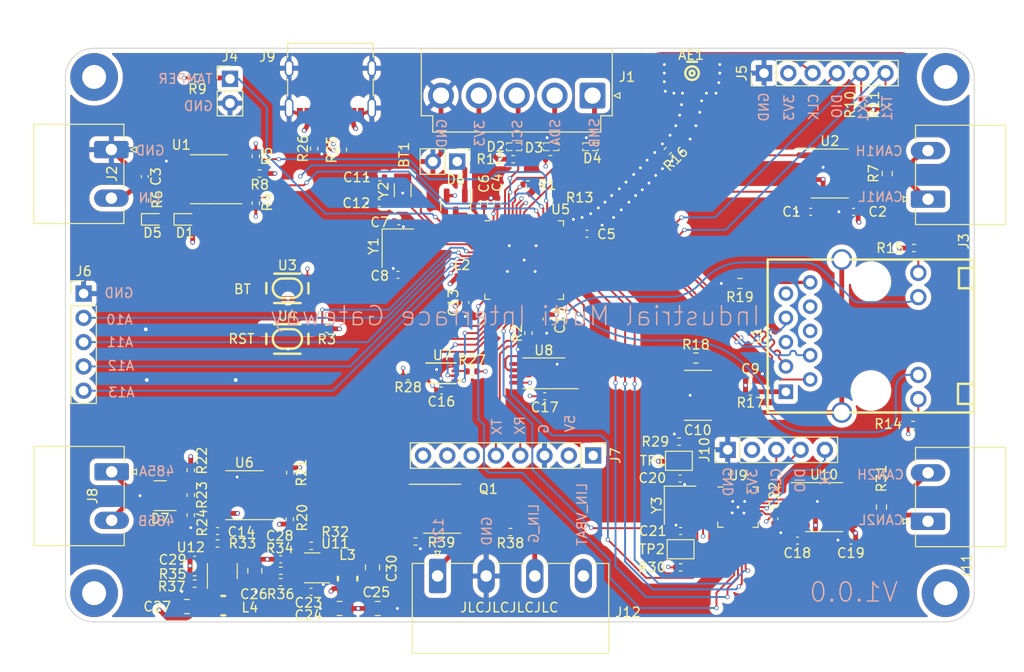
<source format=kicad_pcb>
(kicad_pcb (version 20211014) (generator pcbnew)
  (layers (0 "F.Cu" signal) (1 "In1.Cu" signal) (2 "In2.Cu" signal) (31 "B.Cu" signal) (34 "B.Paste" user) (35 "F.Paste" user) (36 "B.SilkS" user "B.Silkscreen") (37 "F.SilkS" user "F.Silkscreen") (38 "B.Mask" user) (39 "F.Mask" user) (44 "Edge.Cuts" user))
  (net 0 "")
  (net 1 "GND")
  (net 2 "Net-(AE1-Pad1)")
  (net 3 "Net-(BT1-Pad1)")
  (net 4 "+5V")
  (net 5 "+3V3")
  (net 6 "/CH32V208/LIN")
  (net 7 "/CH32V208/VBAT")
  (net 8 "/CH32V208/OSCI")
  (net 9 "/CH32V208/OSCO")
  (net 10 "/CH32V208/OSC32I")
  (net 11 "/CH32V208/OSC32O")
  (net 12 "/CAN2/OSCI")
  (net 13 "/CAN2/OSCO")
  (net 14 "+12V")
  (net 15 "Net-(D1-Pad1)")
  (net 16 "/CH32V208/LIN_VCC")
  (net 17 "/CH32V208/SCL1")
  (net 18 "/CH32V208/SDA1")
  (net 19 "/CH32V208/SMBA1")
  (net 20 "Net-(D5-Pad1)")
  (net 21 "Net-(D5-Pad2)")
  (net 22 "/CH32V208/485B")
  (net 23 "/CH32V208/485A")
  (net 24 "/CH32V208/CANH")
  (net 25 "/CH32V208/CANL")
  (net 26 "/CH32V208/TAMPER")
  (net 27 "/CH32V208/SWCLK")
  (net 28 "/CH32V208/SWDIO")
  (net 29 "/CH32V208/RX1")
  (net 30 "/CH32V208/TX1")
  (net 31 "/CH32V208/ADC10")
  (net 32 "/CH32V208/ADC11")
  (net 33 "/CH32V208/ADC12")
  (net 34 "/CH32V208/ADC13")
  (net 36 "/CH32V208/RX4")
  (net 37 "/CH32V208/TX4")
  (net 41 "Net-(J9-PadA5)")
  (net 42 "/CH32V208/D+")
  (net 43 "/CH32V208/D-")
  (net 45 "Net-(J9-PadB5)")
  (net 47 "/CAN2/CSWCLK")
  (net 48 "/CAN2/CSWDIO")
  (net 49 "/CAN2/CTX")
  (net 50 "/CAN2/CANH")
  (net 51 "/CAN2/CANL")
  (net 52 "Net-(J12-Pad1)")
  (net 53 "Net-(J12-Pad3)")
  (net 54 "Net-(L1-PadP10)")
  (net 56 "/CH32V208/LINK_LED")
  (net 57 "Net-(L1-Pad11)")
  (net 58 "/CH32V208/STA_LED")
  (net 59 "Net-(L1-Pad14)")
  (net 61 "/CH32V208/RXN")
  (net 64 "/CH32V208/RXP")
  (net 65 "/CH32V208/TXN")
  (net 66 "/CH32V208/TXP")
  (net 67 "Net-(L1-PadP1)")
  (net 68 "Net-(L2-Pad2)")
  (net 69 "Net-(L4-Pad1)")
  (net 70 "Net-(Q1-Pad4)")
  (net 71 "/CH32V208/BOOT0")
  (net 72 "/CH32V208/BOOT1")
  (net 73 "/CH32V208/RST")
  (net 74 "/CH32V208/RX3")
  (net 75 "/CH32V208/TX3")
  (net 76 "Net-(R8-Pad2)")
  (net 77 "/CH32V208/ANT")
  (net 78 "/CH32V208/RX2")
  (net 79 "/CH32V208/TX2")
  (net 80 "/CAN2/CBOOT0")
  (net 81 "/CAN2/CNRST")
  (net 82 "/CH32V208/LIN_SLP")
  (net 83 "/CH32V208/CAN_TX")
  (net 84 "/CH32V208/CAN_RX")
  (net 85 "/CH32V208/CAN_STB")
  (net 86 "/CH32V208/WKUP")
  (net 87 "/CH32V208/TNOW2")
  (net 88 "/CAN2/CS")
  (net 89 "/CH32V208/SPI1_CS")
  (net 90 "/CH32V208/SPI1_CLK")
  (net 91 "/CH32V208/SPI1_MISO")
  (net 92 "/CH32V208/SPI1_MOSI")
  (net 93 "/CAN2/CWKUP")
  (net 94 "/CH32V208/SCL2")
  (net 95 "/CH32V208/SDA2")
  (net 96 "/CH32V208/SMBA2")
  (net 97 "/CAN2/CLK")
  (net 98 "/CAN2/MISO")
  (net 99 "/CAN2/MOSI")
  (net 100 "/CH32V208/MCO")
  (net 109 "/CAN2/CAN2_STB")
  (net 110 "/CAN2/CAN2_RX")
  (net 111 "/CAN2/CAN2_TX")
  (net 118 "Net-(C5-Pad1)")
  (net 119 "Net-(C10-Pad1)")
  (net 120 "Net-(C23-Pad1)")
  (net 121 "Net-(C23-Pad2)")
  (net 122 "Net-(C28-Pad1)")
  (net 123 "Net-(C29-Pad1)")
  (net 124 "Net-(R27-Pad1)")
  (net 125 "Net-(R28-Pad1)")
  (net 126 "Net-(R32-Pad2)")
  (net 127 "Net-(R33-Pad2)")
  (footprint "Resistor_SMD:R_0402_1005Metric" (layer "F.Cu") (at 145.81 100.3 180)
    (fp_text reference "R28")
    (fp_text value "10k")
  )
  (footprint "Connector_Phoenix_MC_HighVoltage:PhoenixContact_MC_1,5_2-G-5.08_1x02_P5.08mm_Horizontal" (layer "F.Cu") (at 200.1675 115.485 90)
    (fp_text reference "J11")
    (fp_text value "CAN2")
  )
  (footprint "Capacitor_SMD:C_0402_1005Metric" (layer "F.Cu") (at 174.3 116.5 180)
    (fp_text reference "C21")
    (fp_text value "10pf")
  )
  (footprint "Capacitor_SMD:C_2220_5650Metric" (layer "F.Cu") (at 176.1 102.3 180)
    (fp_text reference "C10")
    (fp_text value "100nf/2kv")
  )
  (footprint "Resistor_SMD:R_0402_1005Metric" (layer "F.Cu") (at 123.8 69.1 180)
    (fp_text reference "R9")
    (fp_text value "10k")
  )
  (footprint "Resistor_SMD:R_0402_1005Metric" (layer "F.Cu") (at 123.51 122 180)
    (fp_text reference "R37")
    (fp_text value "316k")
  )
  (footprint "Resistor_SMD:R_0402_1005Metric" (layer "F.Cu") (at 193.2 71.9 90)
    (fp_text reference "R10")
    (fp_text value "10k")
  )
  (footprint "Capacitor_SMD:C_0402_1005Metric" (layer "F.Cu") (at 187.9 83.1)
    (fp_text reference "C1")
    (fp_text value "0.1uf")
  )
  (footprint "Resistor_SMD:R_0402_1005Metric" (layer "F.Cu") (at 129.9 77.29 -90)
    (fp_text reference "R5")
    (fp_text value "10k")
  )
  (footprint "Resistor_SMD:R_0402_1005Metric" (layer "F.Cu") (at 118.3 81.91 90)
    (fp_text reference "R6")
    (fp_text value "1k")
  )
  (footprint "Capacitor_SMD:C_0402_1005Metric" (layer "F.Cu") (at 155.15 82.15 -90)
    (fp_text reference "C4")
    (fp_text value "0.1uf")
  )
  (footprint "Capacitor_SMD:C_0402_1005Metric" (layer "F.Cu") (at 149.3 101.8 180)
    (fp_text reference "C16")
    (fp_text value "0.1uf")
  )
  (footprint "my_utils:IND-SMD_L2.5-W2.0" (layer "F.Cu") (at 126.5 124.3)
    (fp_text reference "L4")
    (fp_text value "2.2uh")
  )
  (footprint "Resistor_SMD:R_0402_1005Metric" (layer "F.Cu") (at 129.9 82.2 90)
    (fp_text reference "R4")
    (fp_text value "10k")
  )
  (footprint "Connector_Phoenix_MC_HighVoltage:PhoenixContact_MC_1,5_2-G-5.08_1x02_P5.08mm_Horizontal" (layer "F.Cu") (at 114.8325 110.3 -90)
    (fp_text reference "J8")
    (fp_text value "485")
  )
  (footprint "Resistor_SMD:R_0402_1005Metric" (layer "F.Cu") (at 152.5 99.8)
    (fp_text reference "R27")
    (fp_text value "10k")
  )
  (footprint "my_utils:RJ45-TH_HR911130C" (layer "F.Cu") (at 192.225912 96.1 -90)
    (fp_text reference "L1")
    (fp_text value "HR911130C")
  )
  (footprint "Connector_Phoenix_MC_HighVoltage:PhoenixContact_MC_1,5_4-G-5.08_1x04_P5.08mm_Horizontal" (layer "F.Cu") (at 148.9 121.2)
    (fp_text reference "J12")
    (fp_text value "POWER IN")
  )
  (footprint "Resistor_SMD:R_0402_1005Metric" (layer "F.Cu") (at 198.69 86.9)
    (fp_text reference "R15")
    (fp_text value "1k")
  )
  (footprint "Capacitor_SMD:C_0402_1005Metric" (layer "F.Cu") (at 151.8 92.6 90)
    (fp_text reference "C13")
    (fp_text value "0.1uf")
  )
  (footprint "Connector_PinHeader_2.54mm:PinHeader_1x02_P2.54mm_Vertical" (layer "F.Cu") (at 150.95 77.85 -90)
    (fp_text reference "BT1")
    (fp_text value "Battery")
  )
  (footprint "Capacitor_SMD:C_0805_2012Metric" (layer "F.Cu") (at 122.7 124.4 180)
    (fp_text reference "C27")
    (fp_text value "22uf")
  )
  (footprint "Crystal:Crystal_SMD_3215-2Pin_3.2x1.5mm" (layer "F.Cu") (at 145.25 80.85 90)
    (fp_text reference "Y2")
    (fp_text value "32.768")
  )
  (footprint "Connector_PinHeader_2.54mm:PinHeader_1x06_P2.54mm_Vertical" (layer "F.Cu") (at 183.02 68.6 90)
    (fp_text reference "J5")
    (fp_text value "DEBUG")
  )
  (footprint "Connector_PinHeader_2.54mm:PinHeader_1x05_P2.54mm_Vertical" (layer "F.Cu") (at 111.9 91.66)
    (fp_text reference "J6")
    (fp_text value "AD")
  )
  (footprint "Capacitor_SMD:C_0402_1005Metric" (layer "F.Cu") (at 135.68 122.85)
    (fp_text reference "C23")
    (fp_text value "1uf")
  )
  (footprint "" (layer "F.Cu") (at 202 69)
    (fp_text reference "")
    (fp_text value "")
  )
  (footprint "Jumper:SolderJumper-2_P1.3mm_Open_TrianglePad1.0x1.5mm" (layer "F.Cu") (at 174.3 118.4 180)
    (fp_text reference "TP2")
    (fp_text value "CRST")
  )
  (footprint "Connector_PinHeader_2.54mm:PinHeader_1x05_P2.54mm_Vertical" (layer "F.Cu") (at 179.225 108 90)
    (fp_text reference "J10")
    (fp_text value "CAN2_DBG")
  )
  (footprint "Resistor_SMD:R_0402_1005Metric" (layer "F.Cu") (at 156.51 116.6 180)
    (fp_text reference "R38")
    (fp_text value "0r")
  )
  (footprint "Resistor_SMD:R_0402_1005Metric" (layer "F.Cu") (at 139 76.6 90)
    (fp_text reference "R25")
    (fp_text value "5.1k")
  )
  (footprint "Resistor_SMD:R_0402_1005Metric" (layer "F.Cu") (at 133.45 115.26 90)
    (fp_text reference "R20")
    (fp_text value "10k")
  )
  (footprint "Capacitor_SMD:C_0402_1005Metric" (layer "F.Cu") (at 174.25 111)
    (fp_text reference "C20")
    (fp_text value "10pf")
  )
  (footprint "" (layer "F.Cu") (at 202 123)
    (fp_text reference "")
    (fp_text value "")
  )
  (footprint "Inductor_SMD:L_0402_1005Metric" (layer "F.Cu") (at 151.465 89.85)
    (fp_text reference "L2")
    (fp_text value "2uh")
  )
  (footprint "Resistor_SMD:R_0402_1005Metric" (layer "F.Cu") (at 132.5 121.85 180)
    (fp_text reference "R36")
    (fp_text value "18.7k")
  )
  (footprint "Capacitor_SMD:C_0402_1005Metric" (layer "F.Cu") (at 123.5 119.5 180)
    (fp_text reference "C29")
    (fp_text value "22pf")
  )
  (footprint "Resistor_SMD:R_0402_1005Metric" (layer "F.Cu") (at 174.3 120.3)
    (fp_text reference "R30")
    (fp_text value "10k")
  )
  (footprint "Resistor_SMD:R_0603_1608Metric" (layer "F.Cu") (at 175.9 98.4 180)
    (fp_text reference "R18")
    (fp_text value "1m")
  )
  (footprint "Connector_PinHeader_2.54mm:PinHeader_1x02_P2.54mm_Vertical" (layer "F.Cu") (at 127.2 69.2)
    (fp_text reference "J4")
    (fp_text value "TAMPER")
  )
  (footprint "Connector_Phoenix_MC_HighVoltage:PhoenixContact_MC_1,5_2-G-5.08_1x02_P5.08mm_Horizontal" (layer "F.Cu") (at 114.8 76.6 -90)
    (fp_text reference "J2")
    (fp_text value "LIN")
  )
  (footprint "Resistor_SMD:R_0402_1005Metric" (layer "F.Cu") (at 123.51 120.8 180)
    (fp_text reference "R35")
    (fp_text value "1430k")
  )
  (footprint "Resistor_SMD:R_0402_1005Metric" (layer "F.Cu") (at 158.4 95.79 -90)
    (fp_text reference "R2")
    (fp_text value "10k")
  )
  (footprint "Resistor_SMD:R_0402_1005Metric" (layer "F.Cu") (at 123.1 114.84 -90)
    (fp_text reference "R24")
    (fp_text value "470r")
  )
  (footprint "Resistor_SMD:R_0402_1005Metric" (layer "F.Cu") (at 125.89 117.8 180)
    (fp_text reference "R33")
    (fp_text value "100k")
  )
  (footprint "Capacitor_SMD:C_0805_2012Metric" (layer "F.Cu") (at 142.1 120.3 -90)
    (fp_text reference "C30")
    (fp_text value "22uf")
  )
  (footprint "Package_SO:SOIC-8_3.9x4.9mm_P1.27mm" (layer "F.Cu") (at 125 79.7 180)
    (fp_text reference "U1")
    (fp_text value "TJA1021T")
  )
  (footprint "Capacitor_SMD:C_0402_1005Metric" (layer "F.Cu") (at 184.1 115.22 -90)
    (fp_text reference "C22")
    (fp_text value "0.1uf")
  )
  (footprint "Capacitor_SMD:C_0402_1005Metric" (layer "F.Cu") (at 160.1 102.4 180)
    (fp_text reference "C17")
    (fp_text value "0.1uf")
  )
  (footprint "Package_SO:SOIC-8_3.9x4.9mm_P1.27mm" (layer "F.Cu") (at 189.3 114)
    (fp_text reference "U10")
    (fp_text value "TJA1042T-3")
  )
  (footprint "Capacitor_SMD:C_0402_1005Metric" (layer "F.Cu") (at 192.38 83.1)
    (fp_text reference "C2")
    (fp_text value "0.1uf")
  )
  (footprint "Resistor_SMD:R_0402_1005Metric" (layer "F.Cu") (at 146.6 117.6)
    (fp_text reference "R39")
    (fp_text value "10k")
  )
  (footprint "my_utils:DFN1006-2L-BI" (layer "F.Cu") (at 156.9 76.3)
    (fp_text reference "D2")
    (fp_text value "PESDNC2FD5VB")
  )
  (footprint "Resistor_SMD:R_0402_1005Metric" (layer "F.Cu") (at 158.34 80.25)
    (fp_text reference "R1")
    (fp_text value "10k")
  )
  (footprint "my_utils:DFN1006-2L-BI" (layer "F.Cu") (at 164.875 76.3)
    (fp_text reference "D4")
    (fp_text value "PESDNC2FD5VB")
  )
  (footprint "Package_TO_SOT_SMD:SOT-23-6" (layer "F.Cu") (at 135.8 120.35 180)
    (fp_text reference "U11")
    (fp_text value "MT1470")
  )
  (footprint "Capacitor_SMD:C_0402_1005Metric" (layer "F.Cu") (at 125.9 116.5)
    (fp_text reference "C14")
    (fp_text value "0.1uf")
  )
  (footprint "Capacitor_SMD:C_0402_1005Metric" (layer "F.Cu") (at 118.3 79.42 -90)
    (fp_text reference "C3")
    (fp_text value "1nf")
  )
  (footprint "my_utils:KEY-SMD_4P" (layer "F.Cu") (at 133.2 96.4)
    (fp_text reference "U4")
    (fp_text value "RST")
  )
  (footprint "Resistor_SMD:R_0402_1005Metric" (layer "F.Cu") (at 174.15 107.15)
    (fp_text reference "R29")
    (fp_text value "10k")
  )
  (footprint "Resistor_SMD:R_0402_1005Metric" (layer "F.Cu") (at 136 76.5 90)
    (fp_text reference "R26")
    (fp_text value "5.1k")
  )
  (footprint "Connector_USB:USB_C_Receptacle_Palconn_UTC16-G" (layer "F.Cu") (at 137.7 70.325 180)
    (fp_text reference "J9")
    (fp_text value "USB")
  )
  (footprint "Package_TO_SOT_SMD:SOT-23" (layer "F.Cu") (at 119.9 112.8 180)
    (fp_text reference "D7")
    (fp_text value "D_TVS_Dual_AAC")
  )
  (footprint "Capacitor_SMD:C_0402_1005Metric" (layer "F.Cu") (at 132.5 119.45 180)
    (fp_text reference "C28")
    (fp_text value "22pf")
  )
  (footprint "Package_TO_SOT_SMD:SOT-23-5" (layer "F.Cu") (at 126.4 120.7 90)
    (fp_text reference "U12")
    (fp_text value "MT3520B")
  )
  (footprint "Resistor_SMD:R_0402_1005Metric" (layer "F.Cu") (at 137.31 95.35)
    (fp_text reference "R3")
    (fp_text value "10k")
  )
  (footprint "Capacitor_SMD:C_0402_1005Metric" (layer "F.Cu") (at 142.87 79.5 180)
    (fp_text reference "C11")
    (fp_text value "12pf")
  )
  (footprint "Resistor_SMD:R_0402_1005Metric" (layer "F.Cu") (at 160.7 77.6 180)
    (fp_text reference "R13")
    (fp_text value "10k")
  )
  (footprint "Package_SO:SOIC-8_3.9x4.9mm_P1.27mm" (layer "F.Cu") (at 189.9 79.1)
    (fp_text reference "U2")
    (fp_text value "TJA1042T-3")
  )
  (footprint "Package_DFN_QFN:QFN-28-1EP_4x4mm_P0.4mm_EP2.6x2.6mm" (layer "F.Cu") (at 180.3 114)
    (fp_text reference "U9")
    (fp_text value "CH32V203GxU")
  )
  (footprint "" (layer "F.Cu") (at 113 69)
    (fp_text reference "")
    (fp_text value "")
  )
  (footprint "Capacitor_SMD:C_0402_1005Metric" (layer "F.Cu") (at 164.52 85.4)
    (fp_text reference "C5")
    (fp_text value "1uf")
  )
  (footprint "Capacitor_SMD:C_0402_1005Metric" (layer "F.Cu") (at 186.52 117.5)
    (fp_text reference "C18")
    (fp_text value "0.1uf")
  )
  (footprint "Capacitor_SMD:C_0805_2012Metric" (layer "F.Cu") (at 138.65 124.6 180)
    (fp_text reference "C24")
    (fp_text value "22uf")
  )
  (footprint "Capacitor_SMD:C_0805_2012Metric" (layer "F.Cu") (at 129.8 120.65 -90)
    (fp_text reference "C26")
    (fp_text value "22uf")
  )
  (footprint "Resistor_SMD:R_0402_1005Metric" (layer "F.Cu") (at 123.1 112.74 -90)
    (fp_text reference "R23")
    (fp_text value "470r")
  )
  (footprint "Capacitor_SMD:C_0402_1005Metric" (layer "F.Cu") (at 144.85 84.1)
    (fp_text reference "C7")
    (fp_text value "12pf")
  )
  (footprint "Resistor_SMD:R_0402_1005Metric" (layer "F.Cu") (at 172.960624 76.739376 -135)
    (fp_text reference "R16")
    (fp_text value "0r")
  )
  (footprint "Crystal:Crystal_SMD_3225-4Pin_3.2x2.5mm" (layer "F.Cu") (at 144.75 86.9 -90)
    (fp_text reference "Y1")
    (fp_text value "32M")
  )
  (footprint "Capacitor_SMD:C_0402_1005Metric" (layer "F.Cu") (at 181.6 100.7)
    (fp_text reference "C9")
    (fp_text value "1uf")
  )
  (footprint "Diode_SMD:D_SOD-523" (layer "F.Cu") (at 119.1 83.9)
    (fp_text reference "D5")
    (fp_text value "D")
  )
  (footprint "Resistor_SMD:R_0402_1005Metric" (layer "F.Cu") (at 198.6 105.4)
    (fp_text reference "R14")
    (fp_text value "1k")
  )
  (footprint "Resistor_SMD:R_0402_1005Metric" (layer "F.Cu") (at 135.69 118.05 180)
    (fp_text reference "R32")
    (fp_text value "100k")
  )
  (footprint "Resistor_SMD:R_0402_1005Metric" (layer "F.Cu") (at 156.8 77.6 180)
    (fp_text reference "R12")
    (fp_text value "10k")
  )
  (footprint "my_utils:IND-SMD_L2.5-W2.0" (layer "F.Cu") (at 139.5 121.478 90)
    (fp_text reference "L3")
    (fp_text value "10uh")
  )
  (footprint "Package_SO:SOP-8_3.9x4.9mm_P1.27mm" (layer "F.Cu") (at 149.375 114.165)
    (fp_text reference "Q1")
    (fp_text value "WSP9435")
  )
  (footprint "Package_SO:SOIC-8_3.9x4.9mm_P1.27mm" (layer "F.Cu") (at 128.7 112.75 180)
    (fp_text reference "U6")
    (fp_text value "SP3485CN")
  )
  (footprint "Package_DFN_QFN:QFN-68-1EP_8x8mm_P0.4mm_EP5.2x5.2mm" (layer "F.Cu") (at 157.95 88.15)
    (fp_text reference "U5")
    (fp_text value "CH32V208W")
  )
  (footprint "MountingHole:MountingHole_2.5mm_Pad" (layer "F.Cu") (at 113 123)
    (fp_text reference "REF**" hide)
    (fp_text value "MountingHole_2.5mm_Pad")
  )
  (footprint "Package_SO:TSSOP-8_4.4x3mm_P0.65mm" (layer "F.Cu") (at 160 100 180)
    (fp_text reference "U8")
    (fp_text value "AT24CS02-XHM")
  )
  (footprint "Connector_JST:JST_VH_B5P-VH_1x05_P3.96mm_Vertical" (layer "F.Cu") (at 165.0975 70.95 180)
    (fp_text reference "J1")
    (fp_text value "SMBUS")
  )
  (footprint "Capacitor_SMD:C_0402_1005Metric" (layer "F.Cu") (at 160.3 94.32 90)
    (fp_text reference "C15")
    (fp_text value "0.1uf")
  )
  (footprint "my_utils:KEY-SMD_4P" (layer "F.Cu") (at 133.2 91.1)
    (fp_text reference "U3")
    (fp_text value "BOOT")
  )
  (footprint "Capacitor_SMD:C_0402_1005Metric" (layer "F.Cu") (at 153.75 82.15 90)
    (fp_text reference "C6")
    (fp_text value "0.1uf")
  )
  (footprint "my_utils:DFN1006-2L-BI" (layer "F.Cu") (at 160.775 76.3)
    (fp_text reference "D3")
    (fp_text value "PESDNC2FD5VB")
  )
  (footprint "Resistor_SMD:R_0603_1608Metric" (layer "F.Cu") (at 180.5 90.6 180)
    (fp_text reference "R19")
    (fp_text value "0r")
  )
  (footprint "Capacitor_SMD:C_0402_1005Metric" (layer "F.Cu") (at 144.75 89.7 180)
    (fp_text reference "C8")
    (fp_text value "12pf")
  )
  (footprint "Connector_Phoenix_MC_HighVoltage:PhoenixContact_MC_1,5_2-G-5.08_1x02_P5.08mm_Horizontal" (layer "F.Cu") (at 200.1675 81.785 90)
    (fp_text reference "J3")
    (fp_text value "CAN1")
  )
  (footprint "Connector_PinHeader_2.54mm:PinHeader_1x08_P2.54mm_Vertical" (layer "F.Cu") (at 165.16 108.6 -90)
    (fp_text reference "J7")
    (fp_text value "CAT1")
  )
  (footprint "Resistor_SMD:R_0402_1005Metric" (layer "F.Cu") (at 130.3 79.1 180)
    (fp_text reference "R8")
    (fp_text value "10k")
  )
  (footprint "Resistor_SMD:R_0402_1005Metric" (layer "F.Cu") (at 132.51 120.65 180)
    (fp_text reference "R34")
    (fp_text value "100k")
  )
  (footprint "Resistor_SMD:R_0603_1608Metric" (layer "F.Cu") (at 195.9 79.1 90)
    (fp_text reference "R7")
    (fp_text value "120r")
  )
  (footprint "my_utils:IPEX-20279-001E" (layer "F.Cu") (at 175.5 68.6 180)
    (fp_text reference "AE1")
    (fp_text value "IPEX")
  )
  (footprint "Jumper:SolderJumper-2_P1.3mm_Open_TrianglePad1.0x1.5mm" (layer "F.Cu") (at 174.125 109.15 180)
    (fp_text reference "TP1")
    (fp_text value "CBOOT")
  )
  (footprint "Capacitor_SMD:C_0402_1005Metric" (layer "F.Cu") (at 142.8 82.2 180)
    (fp_text reference "C12")
    (fp_text value "12pf")
  )
  (footprint "Diode_SMD:D_SOD-523" (layer "F.Cu") (at 122.5 83.9)
    (fp_text reference "D1")
    (fp_text value "D")
  )
  (footprint "Resistor_SMD:R_0402_1005Metric" (layer "F.Cu") (at 133.5 110.39 -90)
    (fp_text reference "R21")
    (fp_text value "10k")
  )
  (footprint "Capacitor_SMD:C_0402_1005Metric" (layer "F.Cu") (at 192.12 117.5)
    (fp_text reference "C19")
    (fp_text value "0.1uf")
  )
  (footprint "Package_TO_SOT_SMD:SOT-23" (layer "F.Cu") (at 150.8 82.35 -90)
    (fp_text reference "D6")
    (fp_text value "BAT54C")
  )
  (footprint "Crystal:Crystal_SMD_3225-4Pin_3.2x2.5mm" (layer "F.Cu") (at 174.25 113.8 -90)
    (fp_text reference "Y3")
    (fp_text value "8M")
  )
  (footprint "Resistor_SMD:R_0402_1005Metric" (layer "F.Cu") (at 195.7 71.91 90)
    (fp_text reference "R11")
    (fp_text value "10k")
  )
  (footprint "Resistor_SMD:R_0402_1005Metric" (layer "F.Cu") (at 123.1 110.14 -90)
    (fp_text reference "R22")
    (fp_text value "470r")
  )
  (footprint "Capacitor_SMD:C_0805_2012Metric" (layer "F.Cu") (at 142.65 124.6)
    (fp_text reference "C25")
    (fp_text value "22uf")
  )
  (footprint "Resistor_SMD:R_0402_1005Metric" (layer "F.Cu") (at 181.6 101.9 180)
    (fp_text reference "R17")
    (fp_text value "0r")
  )
  (footprint "my_utils:USON8_L2.0-W3.0-P0.50-BL-EP" (layer "F.Cu") (at 149.25025 100 90)
    (fp_text reference "U7")
    (fp_text value "W25Q32JVZP" hide)
  )
  (footprint "Resistor_SMD:R_0603_1608Metric" (layer "F.Cu") (at 195.3 114 90)
    (fp_text reference "R31")
    (fp_text value "120r")
  )
  (gr_arc (start 202 66) (mid 204.12132 66.87868) (end 205 69) (layer "Edge.Cuts") (width 0.1))
  (gr_line (start 205 69) (end 205 123) (layer "Edge.Cuts") (width 0.1))
  (gr_line (start 113 66) (end 202 66) (layer "Edge.Cuts") (width 0.1))
  (gr_arc (start 110 69) (mid 110.87868 66.87868) (end 113 66) (layer "Edge.Cuts") (width 0.1))
  (gr_line (start 202 126) (end 113 126) (layer "Edge.Cuts") (width 0.1))
  (gr_arc (start 205 123) (mid 204.12132 125.12132) (end 202 126) (layer "Edge.Cuts") (width 0.1))
  (gr_arc (start 113 126) (mid 110.87868 125.12132) (end 110 123) (layer "Edge.Cuts") (width 0.1))
  (gr_line (start 110 123) (end 110 69) (layer "Edge.Cuts") (width 0.1))
  (gr_text "GND" (at 183 72.15 90) (layer "B.SilkS") (effects (font (size 1 1)) (justify mirror)))
  (gr_text "G" (at 160 105.8 90) (layer "B.SilkS") (effects (font (size 1 1)) (justify mirror)))
  (gr_text "GND" (at 149.35 74.9 90) (layer "B.SilkS") (effects (font (size 1 1)) (justify mirror)))
  (gr_text "SDA" (at 161.2 74.8 90) (layer "B.SilkS") (effects (font (size 1 1)) (justify mirror)))
  (gr_text "TX" (at 155.1 105.6 90) (layer "B.SilkS") (effects (font (size 1 1)) (justify mirror)))
  (gr_text "TX1\n" (at 195.9 72.25 90) (layer "B.SilkS") (effects (font (size 1 1)) (justify mirror)))
  (gr_text "A10" (at 115.65 94.4) (layer "B.SilkS") (effects (font (size 1 1)) (justify mirror)))
  (gr_text "GND" (at 115.6 91.6) (layer "B.SilkS") (effects (font (size 1 1)) (justify mirror)))
  (gr_text "A11" (at 115.7 96.75) (layer "B.SilkS") (effects (font (size 1 1)) (justify mirror)))
  (gr_text "A13" (at 115.85 102) (layer "B.SilkS") (effects (font (size 1 1)) (justify mirror)))
  (gr_text "Industrial Multi Interface Gateway\n" (at 157 94) (layer "B.SilkS") (effects (font (size 2 2)) (justify mirror)))
  (gr_text "CAN1H" (at 195.05 76.75) (layer "B.SilkS") (effects (font (size 1 1)) (justify mirror)))
  (gr_text "LIN_VBAT\n" (at 164 114.75 90) (layer "B.SilkS") (effects (font (size 1 1)) (justify mirror)))
  (gr_text "GND" (at 123.9 72.05) (layer "B.SilkS") (effects (font (size 1 1)) (justify mirror)))
  (gr_text "12V" (at 149 116.5 90) (layer "B.SilkS") (effects (font (size 1 1)) (justify mirror)))
  (gr_text "GND" (at 118.85 76.7) (layer "B.SilkS") (effects (font (size 1 1)) (justify mirror)))
  (gr_text "CLK" (at 184.3 111.3 90) (layer "B.SilkS") (effects (font (size 1 1)) (justify mirror)))
  (gr_text "LIN_G" (at 158.95 115.7 90) (layer "B.SilkS") (effects (font (size 1 1)) (justify mirror)))
  (gr_text "SMB" (at 165.3 74.85 90) (layer "B.SilkS") (effects (font (size 1 1)) (justify mirror)))
  (gr_text "CAN2L" (at 195.25 115.35) (layer "B.SilkS") (effects (font (size 1 1)) (justify mirror)))
  (gr_text "CAN2H" (at 195.2 110.6) (layer "B.SilkS") (effects (font (size 1 1)) (justify mirror)))
  (gr_text "TX" (at 189.45 110.85 90) (layer "B.SilkS") (effects (font (size 1 1)) (justify mirror)))
  (gr_text "RX1\n" (at 193.4 72.25 90) (layer "B.SilkS") (effects (font (size 1 1)) (justify mirror)))
  (gr_text "3V3" (at 185.65 72.2 90) (layer "B.SilkS") (effects (font (size 1 1)) (justify mirror)))
  (gr_text "485A" (at 119.55 110.25) (layer "B.SilkS") (effects (font (size 1 1)) (justify mirror)))
  (gr_text "RX" (at 157.5 105.45 90) (layer "B.SilkS") (effects (font (size 1 1)) (justify mirror)))
  (gr_text "DIO" (at 190.65 72.05 90) (layer "B.SilkS") (effects (font (size 1 1)) (justify mirror)))
  (gr_text "LIN" (at 118.8 81.65) (layer "B.SilkS") (effects (font (size 1 1)) (justify mirror)))
  (gr_text "A12\n" (at 115.8 99.2) (layer "B.SilkS") (effects (font (size 1 1)) (justify mirror)))
  (gr_text "3V3" (at 153.3 74.9 90) (layer "B.SilkS") (effects (font (size 1 1)) (justify mirror)))
  (gr_text "DIO" (at 186.8 111.2 90) (layer "B.SilkS") (effects (font (size 1 1)) (justify mirror)))
  (gr_text "3V3\n" (at 181.8 111.35 90) (layer "B.SilkS") (effects (font (size 1 1)) (justify mirror)))
  (gr_text "CLK" (at 188.2 72.15 90) (layer "B.SilkS") (effects (font (size 1 1)) (justify mirror)))
  (gr_text "GND" (at 179.3 111.35 90) (layer "B.SilkS") (effects (font (size 1 1)) (justify mirror)))
  (gr_text "SCL" (at 157.25 74.85 90) (layer "B.SilkS") (effects (font (size 1 1)) (justify mirror)))
  (gr_text "CAN1L" (at 195.2 81.55) (layer "B.SilkS") (effects (font (size 1 1)) (justify mirror)))
  (gr_text "V1.0.0" (at 192.4 122.9) (layer "B.SilkS") (effects (font (size 2 2)) (justify mirror)))
  (gr_text "485B" (at 119.5 115.45) (layer "B.SilkS") (effects (font (size 1 1)) (justify mirror)))
  (gr_text "5V\n" (at 162.75 105.25 90) (layer "B.SilkS") (effects (font (size 1 1)) (justify mirror)))
  (gr_text "TAMPER" (at 122.55 69.2) (layer "B.SilkS") (effects (font (size 1 1)) (justify mirror)))
  (gr_text "GND" (at 154.05 116.5 90) (layer "B.SilkS") (effects (font (size 1 1)) (justify mirror)))
  (gr_text "JLCJLCJLCJLC" (at 156.4 124.5) (layer "F.SilkS") (effects (font (size 1 1))))
  (gr_text "RST" (at 128.4 96.4) (layer "F.SilkS") (effects (font (size 1 1))))
  (gr_text "BT" (at 128.5 91.2) (layer "F.SilkS") (effects (font (size 1 1))))
  (segment (start 191.64 117.5) (end 190.87071 117.5) (width 0.3) (layer "F.Cu") (net 1))
  (segment (start 173.55 102.3) (end 175.3 102.3) (width 0.5) (layer "F.Cu") (net 1))
  (segment (start 142.32 82.2) (end 141.5 82.2) (width 0.34925) (layer "F.Cu") (net 1))
  (segment (start 126.4 121.8375) (end 126.4 121.276472) (width 0.5) (layer "F.Cu") (net 1))
  (segment (start 116.319756 78.119756) (end 114.8 76.6) (width 0.5) (layer "F.Cu") (net 1))
  (segment (start 142.1 121.25) (end 142.1 122.45) (width 0.5) (layer "F.Cu") (net 1))
  (segment (start 162.8625 99.025) (end 162.8625 100.975) (width 0.2) (layer "F.Cu") (net 1))
  (segment (start 122.175 122.825) (end 121.85 123.15) (width 0.5) (layer "F.Cu") (net 1))
  (segment (start 173.64 107.15) (end 173.64 106.374142) (width 0.34925) (layer "F.Cu") (net 1))
  (segment (start 131.99 121.85) (end 130.403553 121.85) (width 0.5) (layer "F.Cu") (net 1))
  (segment (start 186.825 113.365) (end 188.515503 113.365) (width 0.3) (layer "F.Cu") (net 1))
  (segment (start 174.73 111.62) (end 174.73 112.33) (width 0.2) (layer "F.Cu") (net 1))
  (segment (start 164.45 76.3) (end 164.45 75.35) (width 0.2) (layer "F.Cu") (net 1))
  (segment (start 162.8625 99.025) (end 161.460355 99.025) (width 0.2) (layer "F.Cu") (net 1))
  (segment (start 133.578163 72.453162) (end 133.38 72.255) (width 0.34925) (layer "F.Cu") (net 1))
  (segment (start 153.98 121.2) (end 153.98 118.62) (width 0.5) (layer "F.Cu") (net 1))
  (segment (start 126.225 110.845) (end 127.937929 110.845) (width 0.5) (layer "F.Cu") (net 1))
  (segment (start 136.9375 122.0875) (end 136.95 122.1) (width 0.5) (layer "F.Cu") (net 1))
  (segment (start 174.73 112.33) (end 175.075 112.675) (width 0.2) (layer "F.Cu") (net 1))
  (segment (start 131.1 97.475) (end 133.275 97.475) (width 0.3) (layer "F.Cu") (net 1))
  (segment (start 156.75 89.35) (end 157.95 88.15) (width 0.2) (layer "F.Cu") (net 1))
  (segment (start 191.9 83.1) (end 190.85 83.1) (width 0.5) (layer "F.Cu") (net 1))
  (segment (start 160.3 94.8) (end 160.3 95.8) (width 0.2) (layer "F.Cu") (net 1))
  (segment (start 136 77.01) (end 136.703432 77.01) (width 0.2) (layer "F.Cu") (net 1))
  (segment (start 118.9625 112.8) (end 117.8 112.8) (width 0.5) (layer "F.Cu") (net 1))
  (segment (start 156.233579 76.4) (end 155.55 76.4) (width 0.2) (layer "F.Cu") (net 1))
  (segment (start 154.0125 89.35) (end 156.2 89.35) (width 0.2) (layer "F.Cu") (net 1))
  (segment (start 173.82 115.88) (end 173.82 115.32) (width 0.2) (layer "F.Cu") (net 1))
  (segment (start 149.78 101.8) (end 149.25025 101.27025) (width 0.2) (layer "F.Cu") (net 1))
  (segment (start 151.8 93.08) (end 151.8 94.05) (width 0.2) (layer "F.Cu") (net 1))
  (segment (start 137.7 124.6) (end 136.65 124.6) (width 0.5) (layer "F.Cu") (net 1))
  (segment (start 160.85 85.75) (end 158.45 88.15) (width 0.2) (layer "F.Cu") (net 1))
  (segment (start 160.35 76.3) (end 160.35 75.35) (width 0.2) (layer "F.Cu") (net 1))
  (segment (start 121.85 123.15) (end 121.85 124.3) (width 0.5) (layer "F.Cu") (net 1))
  (segment (start 121.85 124.3) (end 121.75 124.4) (width 0.5) (layer "F.Cu") (net 1))
  (segment (start 142.39 79.5) (end 141.55 79.5) (width 0.34925) (layer "F.Cu") (net 1))
  (segment (start 145.33 84.1) (end 145.33 84.67) (width 0.2) (layer "F.Cu") (net 1))
  (segment (start 185.288873 117.188873) (end 184.775 116.675) (width 0.3) (layer "F.Cu") (net 1))
  (segment (start 145.33 84.67) (end 145.33 85.148163) (width 0.2) (layer "F.Cu") (net 1))
  (segment (start 122.525 77.795) (end 120.562071 77.795) (width 0.5) (layer "F.Cu") (net 1))
  (segment (start 182.2375 114.8) (end 181.1 114.8) (width 0.2) (layer "F.Cu") (net 1))
  (segment (start 158.329289 96.47071) (end 157.3 97.5) (width 0.2) (layer "F.Cu") (net 1))
  (segment (start 158.85 80.25) (end 159.47929 80.25) (width 0.2) (layer "F.Cu") (net 1))
  (segment (start 184.1 115.858579) (end 184.1 115.7) (width 0.3) (layer "F.Cu") (net 1))
  (segment (start 144.27 89.7) (end 144.27 89.03) (width 0.2) (layer "F.Cu") (net 1))
  (segment (start 129.9 121.841421) (end 129.9 122.85) (width 0.5) (layer "F.Cu") (net 1))
  (segment (start 187.42 83.1) (end 186.45 83.1) (width 0.5) (layer "F.Cu") (net 1))
  (segment (start 149.25025 100.54975) (end 149.25025 100) (width 0.2) (layer "F.Cu") (net 1))
  (segment (start 144.27 89.03) (end 144.27 88.893259) (width 0.2) (layer "F.Cu") (net 1))
  (segment (start 153.75 81.67) (end 154.48 81.67) (width 0.2) (layer "F.Cu") (net 1))
  (segment (start 149.2575 77.0025) (end 148.41 77.85) (width 0.5) (layer "F.Cu") (net 1))
  (segment (start 149.164468 99.964468) (end 148.8 99.6) (width 0.2) (layer "F.Cu") (net 1))
  (segment (start 149.25025 101.27025) (end 149.25025 100.54975) (width 0.2) (layer "F.Cu") (net 1))
  (segment (start 187.425 78.465) (end 189.163787 78.465) (width 0.5) (layer "F.Cu") (net 1))
  (segment (start 175.075 112.675) (end 175.1 112.7) (width 0.2) (layer "F.Cu") (net 1))
  (segment (start 136.9375 121.3) (end 136.9375 122.0875) (width 0.5) (layer "F.Cu") (net 1))
  (segment (start 161.8875 85.75) (end 160.85 85.75) (width 0.2) (layer "F.Cu") (net 1))
  (segment (start 153.98 118.62) (end 156 116.6) (width 0.5) (layer "F.Cu") (net 1))
  (segment (start 173.82 116.5) (end 173.82 115.88) (width 0.2) (layer "F.Cu") (net 1))
  (segment (start 173.55 99.925) (end 175.075 98.4) (width 0.5) (layer "F.Cu") (net 1))
  (segment (start 123.1 115.35) (end 123.1 116.15) (width 0.5) (layer "F.Cu") (net 1))
  (segment (start 182.284853 100.615147) (end 182.85 100.05) (width 0.34925) (layer "F.Cu") (net 1))
  (segment (start 133.275 97.475) (end 135.3 97.475) (width 0.3) (layer "F.Cu") (net 1))
  (segment (start 158.45 88.15) (end 157.95 88.15) (width 0.2) (layer "F.Cu") (net 1))
  (segment (start 149.2575 70.95) (end 149.2575 77.0025) (width 0.5) (layer "F.Cu") (net 1))
  (segment (start 143.6 124.6) (end 144.7 124.6) (width 0.5) (layer "F.Cu") (net 1))
  (segment (start 173.55 102.3) (end 173.55 99.925) (width 0.5) (layer "F.Cu") (net 1))
  (segment (start 149.527902 99.722347) (end 149.25025 100) (width 0.2) (layer "F.Cu") (net 1))
  (segment (start 123 122) (end 122.175 122.825) (width 0.5) (layer "F.Cu") (net 1))
  (segment (start 126.951472 120.725) (end 127.687564 120.725) (width 0.5) (layer "F.Cu") (net 1))
  (segment (start 173.82 115.32) (end 173.4 114.9) (width 0.2) (layer "F.Cu") (net 1))
  (segment (start 162.043844 101.793656) (end 162.8625 100.975) (width 0.2) (layer "F.Cu") (net 1))
  (segment (start 156.2 89.35) (end 156.75 89.35) (width 0.2) (layer "F.Cu") (net 1))
  (segment (start 184.775 116.675) (end 184.2 116.1) (width 0.3) (layer "F.Cu") (net 1))
  (segment (start 139.273137 77.223137) (end 141.55 79.5) (width 0.2) (layer "F.Cu") (net 1))
  (segment (start 179.675 90.6) (end 178.55 90.6) (width 0.34925) (layer "F.Cu") (net 1))
  (segment (start 174.73 111) (end 174.73 111.62) (width 0.2) (layer "F.Cu") (net 1))
  (segment (start 173.82 117.808518) (end 173.82 116.5) (width 0.2) (layer "F.Cu") (net 1))
  (segment (start 141.821837 72.453162) (end 142.02 72.255) (width 0.34925) (layer "F.Cu") (net 1))
  (segment (start 147.11 117.6) (end 147.11 118.325858) (width 0.5) (layer "F.Cu") (net 1))
  (segment (start 126.4 121.276472) (end 126.951472 120.725) (width 0.5) (layer "F.Cu") (net 1))
  (segment (start 180.925 114.625) (end 180.3 114) (width 0.2) (layer "F.Cu") (net 1))
  (segment (start 154.48 81.67) (end 155.15 81.67) (width 0.2) (layer "F.Cu") (net 1))
  (segment (start 181.1 114.8) (end 180.925 114.625) (width 0.2) (layer "F.Cu") (net 1))
  (via (at 178.3 69.6) (size 0.45) (drill 0.3) (layers "F.Cu" "B.Cu") (net 1))
  (via (at 142.1 122.45) (size 0.45) (drill 0.3) (layers "F.Cu" "B.Cu") (net 1))
  (via (at 173.82 115.88) (size 0.45) (drill 0.3) (layers "F.Cu" "B.Cu") (net 1))
  (via (at 161.4 99.05) (size 0.45) (drill 0.3) (layers "F.Cu" "B.Cu") (net 1))
  (via (at 118.4 95.4) (size 0.45) (drill 0.4) (layers "F.Cu" "B.Cu") (net 1))
  (via (at 178.4 68.6) (size 0.45) (drill 0.3) (layers "F.Cu" "B.Cu") (net 1))
  (via (at 168.9 82.1) (size 0.45) (drill 0.3) (layers "F.Cu" "B.Cu") (net 1))
  (via (at 120.55 77.8) (size 0.45) (drill 0.3) (layers "F.Cu" "B.Cu") (net 1))
  (via (at 141.55 79.5) (size 0.45) (drill 0.3) (layers "F.Cu" "B.Cu") (net 1))
  (via (at 188.6 113.4) (size 0.45) (drill 0.3) (layers "F.Cu" "B.Cu") (net 1))
  (via (at 163.1 83.9) (size 0.45) (drill 0.3) (layers "F.Cu" "B.Cu") (net 1))
  (via (at 169.6 81.4) (size 0.45) (drill 0.3) (layers "F.Cu" "B.Cu") (net 1))
  (via (at 174.4 71.9) (size 0.45) (drill 0.3) (layers "F.Cu" "B.Cu") (net 1))
  (via (at 118.5 100.7) (size 0.45) (drill 0.4) (layers "F.Cu" "B.Cu") (net 1))
  (via (at 182.85 100.05) (size 0.45) (drill 0.3) (layers "F.Cu" "B.Cu") (net 1))
  (via (at 145.33 84.67) (size 0.45) (drill 0.3) (layers "F.Cu" "B.Cu") (net 1))
  (via (at 174.73 111.62) (size 0.45) (drill 0.3) (layers "F.Cu" "B.Cu") (net 1))
  (via (at 165.7 82.7) (size 0.45) (drill 0.3) (layers "F.Cu" "B.Cu") (net 1))
  (via (at 179.7 114.6) (size 0.45) (drill 0.3) (layers "F.Cu" "B.Cu") (net 1))
  (via (at 169.4 79.2) (size 0.45) (drill 0.3) (layers "F.Cu" "B.Cu") (net 1))
  (via (at 144.7 124.6) (size 0.45) (drill 0.3) (layers "F.Cu" "B.Cu") (net 1))
  (via (at 172.6 68.6) (size 0.45) (drill 0.3) (layers "F.Cu" "B.Cu") (net 1))
  (via (at 172.6 67.7) (size 0.45) (drill 0.3) (layers "F.Cu" "B.Cu") (net 1))
  (via (at 154.48 81.67) (size 0.45) (drill 0.3) (layers "F.Cu" "B.Cu") (net 1))
  (via (at 173.4 77.8) (size 0.45) (drill 0.3) (layers "F.Cu" "B.Cu") (net 1))
  (via (at 164 83.7) (size 0.45) (drill 0.3) (layers "F.Cu" "B.Cu") (net 1))
  (via (at 175.9 74.1) (size 0.45) (drill 0.3) (layers "F.Cu" "B.Cu") (net 1))
  (via (at 190.85 83.1) (size 0.45) (drill 0.3) (layers "F.Cu" "B.Cu") (net 1))
  (via (at 178.55 90.6) (size 0.45) (drill 0.3) (layers "F.Cu" "B.Cu") (net 1))
  (via (at 172.6 69.5) (size 0.45) (drill 0.3) (layers "F.Cu" "B.Cu") (net 1))
  (via (at 129.9 122.85) (size 0.45) (drill 0.3) (layers "F.Cu" "B.Cu") (net 1))
  (via (at 171.7 79.3) (size 0.45) (drill 0.3) (layers "F.Cu" "B.Cu") (net 1))
  (via (at 166.1 84.5) (size 0.45) (drill 0.3) (layers "F.Cu" "B.Cu") (net 1))
  (via (at 167.1 81.4) (size 0.45) (drill 0.3) (layers "F.Cu" "B.Cu") (net 1))
  (via (at 179.75 113.4) (size 0.45) (drill 0.3) (layers "F.Cu" "B.Cu") (net 1))
  (via (at 160.3 95.8) (size 0.45) (drill 0.3) (layers "F.Cu" "B.Cu") (net 1))
  (via (at 178.4 67.7) (size 0.45) (drill 0.3) (layers "F.Cu" "B.Cu") (net 1))
  (via (at 172.4 78.6) (size 0.45) (drill 0.3) (layers "F.Cu" "B.Cu") (net 1))
  (via (at 123.1 116.15) (size 0.45) (drill 0.3) (layers "F.Cu" "B.Cu") (net 1))
  (via (at 156.2 89.35) (size 0.45) (drill 0.3) (layers "F.Cu" "B.Cu") (net 1))
  (via (at 167.9 80.7) (size 0.45) (drill 0.3) (layers "F.Cu" "B.Cu") (net 1))
  (via (at 159.1 89.35) (size 0.45) (drill 0.3) (layers "F.Cu" "B.Cu") (net 1))
  (via (at 144.27 89.03) (size 0.45) (drill 0.3) (layers "F.Cu" "B.Cu") (net 1))
  (via (at 171.6 76.9) (size 0.45) (drill 0.3) (layers "F.Cu" "B.Cu") (net 1))
  (via (at 136.8 77.05) (size 0.45) (drill 0.3) (layers "F.Cu" "B.Cu") (net 1))
  (via (at 190.75 117.45) (size 0.45) (drill 0.3) (layers "F.Cu" "B.Cu") (net 1))
  (via (at 159.2 86.65) (size 0.45) (drill 0.3) (layers "F.Cu" "B.Cu") (net 1))
  (via (at 167.3 83.7) (size 0.45) (drill 0.3) (layers "F.Cu" "B.Cu") (net 1))
  (via (at 175.3 102.3) (size 0.45) (drill 0.3) (layers "F.Cu" "B.Cu") (net 1))
  (via (at 122.175 122.825) (size 0.45) (drill 0.3) (layers "F.Cu" "B.Cu") (net 1))
  (via (at 127.95 110.85) (size 0.45) (drill 0.3) (layers "F.Cu" "B.Cu") (net 1))
  (via (at 171 80.1) (size 0.45) (drill 0.3) (layers "F.Cu" "B.Cu") (net 1))
  (via (at 186.45 83.1) (size 0.45) (drill 0.3) (layers "F.Cu" "B.Cu") (net 1))
  (via (at 149.25025 100.54975) (size 0.45) (drill 0.3) (layers "F.Cu" "B.Cu") (net 1))
  (via (at 189.2 78.45) (size 0.45) (drill 0.3) (layers "F.Cu" "B.Cu") (net 1))
  (via (at 180.3 114) (size 0.45) (drill 0.3) (layers "F.Cu" "B.Cu") (net 1))
  (via (at 136.65 124.6) (size 0.45) (drill 0.3) (layers "F.Cu" "B.Cu") (net 1))
  (via (at 157.3 97.5) (size 0.45) (drill 0.3) (layers "F.Cu" "B.Cu") (net 1))
  (via (at 172.7 70.5) (size 0.45) (drill 0.3) (layers "F.Cu" "B.Cu") (net 1))
  (via (at 176.5 71.5) (size 0.45) (drill 0.3) (layers "F.Cu" "B.Cu") (net 1))
  (via (at 173.65 106.35) (size 0.45) (drill 0.3) (layers "F.Cu" "B.Cu") (net 1))
  (via (at 159.6 80.2) (size 0.45) (drill 0.3) (layers "F.Cu" "B.Cu") (net 1))
  (via (at 175.3 75.5) (size 0.45) (drill 0.3) (layers "F.Cu" "B.Cu") (net 1))
  (via (at 174.4 76.8) (size 0.45) (drill 0.3) (layers "F.Cu" "B.Cu") (net 1))
  (via (at 147.1 118.35) (size 0.45) (drill 0.3) (layers "F.Cu" "B.Cu") (net 1))
  (via (at 157.95 88.15) (size 0.45) (drill 0.3) (layers "F.Cu" "B.Cu") (net 1))
  (via (at 117.8 112.8) (size 0.45) (drill 0.3) (layers "F.Cu" "B.Cu") (net 1))
  (via (at 170.8 77.7) (size 0.45) (drill 0.3) (layers "F.Cu" "B.Cu") (net 1))
  (via (at 155.55 76.4) (size 0.45) (drill 0.3) (layers "F.Cu" "B.Cu") (net 1))
  (via (at 170.1 78.5) (size 0.45) (drill 0.3) (layers "F.Cu" "B.Cu") (net 1))
  (via (at 168.6 80) (size 0.45) (drill 0.3) (layers "F.Cu" "B.Cu") (net 1))
  (via (at 173.2 75.1) (size 0.45) (drill 0.3) (layers "F.Cu" "B.Cu") (net 1))
  (via (at 184.775 116.675) (size 0.45) (drill 0.3) (layers "F.Cu" "B.Cu") (net 1))
  (via (at 168.1 82.9) (size 0.45) (drill 0.3) (layers "F.Cu" "B.Cu") (net 1))
  (via (at 156.4 86.65) (size 0.45) (drill 0.3) (layers "F.Cu" "B.Cu") (net 1))
  (via (at 160.35 75.35) (size 0.45) (drill 0.3) (layers "F.Cu" "B.Cu") (net 1))
  (via (at 164.9 83.3) (size 0.45) (drill 0.3) (layers "F.Cu" "B.Cu") (net 1))
  (via (at 127.8 100.7) (size 0.45) (drill 0.4) (layers "F.Cu" "B.Cu") (net 1))
  (via (at 180.925 114.625) (size 0.45) (drill 0.3) (layers "F.Cu" "B.Cu") (net 1))
  (via (at 172.4 76) (size 0.45) (drill 0.3) (layers "F.Cu" "B.Cu") (net 1))
  (via (at 145.25 81.15) (size 0.45) (drill 0.3) (layers "F.Cu" "B.Cu") (net 1))
  (via (at 181 113.4) (size 0.45) (drill 0.3) (layers "F.Cu" "B.Cu") (net 1))
  (via (at 166.4 82.1) (size 0.45) (drill 0.3) (layers "F.Cu" "B.Cu") (net 1))
  (via (at 141.5 82.2) (size 0.45) (drill 0.3) (layers "F.Cu" "B.Cu") (net 1))
  (via (at 178 70.7) (size 0.45) (drill 0.3) (layers "F.Cu" "B.Cu") (net 1))
  (via (at 174.5 70.7) (size 0.45) (drill 0.3) (layers "F.Cu" "B.Cu") (net 1))
  (via (at 173.8 74.1) (size 0.45) (drill 0.3) (layers "F.Cu" "B.Cu") (net 1))
  (via (at 133.275 97.475) (size 0.45) (drill 0.3) (layers "F.Cu" "B.Cu") (net 1))
  (via (at 136.95 122.1) (size 0.45) (drill 0.3) (layers "F.Cu" "B.Cu") (net 1))
  (via (at 177 70.7) (size 0.45) (drill 0.3) (layers "F.Cu" "B.Cu") (net 1))
  (via (at 151.8 94.05) (size 0.45) (drill 0.3) (layers "F.Cu" "B.Cu") (net 1))
  (via (at 176.3 72.7) (size 0.45) (drill 0.3) (layers "F.Cu" "B.Cu") (net 1))
  (via (at 164.45 75.35) (size 0.45) (drill 0.3) (layers "F.Cu" "B.Cu") (net 1))
  (via (at 148.8 99.6) (size 0.45) (drill 0.3) (layers "F.Cu" "B.Cu") (net 1))
  (via (at 174.2 73) (size 0.45) (drill 0.3) (layers "F.Cu" "B.Cu") (net 1))
  (via (at 170.3 80.8) (size 0.45) (drill 0.3) (layers "F.Cu" "B.Cu") (net 1))
  (via (at 173.6 70.7) (size 0.45) (drill 0.3) (layers "F.Cu" "B.Cu") (net 1))
  (arc (start 139 77.11) (mid 139.147821 77.139403) (end 139.273137 77.223137) (width 0.2) (layer "F.Cu") (net 1))
  (arc (start 173.575 118.4) (mid 173.756327 118.128626) (end 173.82 117.808518) (width 0.2) (layer "F.Cu") (net 1))
  (arc (start 189.163787 78.465) (mid 189.183385 78.461101) (end 189.2 78.45) (width 0.5) (layer "F.Cu") (net 1))
  (arc (start 118.3 78.94) (mid 117.2283 78.726826) (end 116.319756 78.119756) (width 0.5) (layer "F.Cu") (net 1))
  (arc (start 161.460355 99.025) (mid 161.427691 99.031497) (end 161.4 99.05) (width 0.2) (layer "F.Cu") (net 1))
  (arc (start 159.47929 80.25) (mid 159.544618 80.237005) (end 159.6 80.2) (width 0.2) (layer "F.Cu") (net 1))
  (arc (start 182.08 100.7) (mid 182.190866 100.677947) (end 182.284853 100.615147) (width 0.34925) (layer "F.Cu") (net 1))
  (arc (start 149.25025 100) (mid 149.203825 99.990766) (end 149.164468 99.964468) (width 0.2) (layer "F.Cu") (net 1))
  (arc (start 156.475 76.3) (mid 156.364235 76.374011) (end 156.233579 76.4) (width 0.2) (layer "F.Cu") (net 1))
  (arc (start 186.04 117.5) (mid 185.633493 117.419141) (end 185.288873 117.188873) (width 0.3) (layer "F.Cu") (net 1))
  (arc (start 188.515503 113.365) (mid 188.561232 113.374096) (end 188.6 113.4) (width 0.3) (layer "F.Cu") (net 1))
  (arc (start 140.9 72.835) (mid 141.398895 72.735764) (end 141.821837 72.453162) (width 0.34925) (layer "F.Cu") (net 1))
  (arc (start 160.58 102.4) (mid 161.372227 102.242416) (end 162.043844 101.793656) (width 0.2) (layer "F.Cu") (net 1))
  (arc (start 145.33 85.148163) (mid 145.400171 85.500934) (end 145.6 85.8) (width 0.2) (layer "F.Cu") (net 1))
  (arc (start 127.937929 110.845) (mid 127.944461 110.8463) (end 127.95 110.85) (width 0.5) (layer "F.Cu") (net 1))
  (arc (start 173.64 106.374142) (mid 173.642599 106.361077) (end 173.65 106.35) (width 0.34925) (layer "F.Cu") (net 1))
  (arc (start 147.11 118.325858) (mid 147.107401 118.338924) (end 147.1 118.35) (width 0.5) (layer "F.Cu") (net 1))
  (arc (start 184.2 116.1) (mid 184.125989 115.989235) (end 184.1 115.858579) (width 0.3) (layer "F.Cu") (net 1))
  (arc (start 158.4 96.3) (mid 158.381623 96.392388) (end 158.329289 96.47071) (width 0.2) (layer "F.Cu") (net 1))
  (arc (start 134.5 72.835) (mid 134.001105 72.735764) (end 133.578163 72.453162) (width 0.34925) (layer "F.Cu") (net 1))
  (arc (start 136.703432 77.01) (mid 136.755694 77.020396) (end 136.8 77.05) (width 0.2) (layer "F.Cu") (net 1))
  (arc (start 130.403553 121.85) (mid 130.076912 121.785027) (end 129.8 121.6) (width 0.5) (layer "F.Cu") (net 1))
  (arc (start 190.87071 117.5) (mid 190.805382 117.487005) (end 190.75 117.45) (width 0.3) (layer "F.Cu") (net 1))
  (arc (start 120.562071 77.795) (mid 120.555539 77.796299) (end 120.55 77.8) (width 0.5) (layer "F.Cu") (net 1))
  (arc (start 127.687564 120.725) (mid 128.830806 120.952405) (end 129.8 121.6) (width 0.5) (layer "F.Cu") (net 1))
  (arc (start 150.66825 99.25) (mid 150.051098 99.372759) (end 149.527902 99.722347) (width 0.2) (layer "F.Cu") (net 1))
  (arc (start 144.27 88.893259) (mid 144.17384 88.409831) (end 143.9 88) (width 0.2) (layer "F.Cu") (net 1))
  (arc (start 129.8 121.6) (mid 129.874011 121.710765) (end 129.9 121.841421) (width 0.5) (layer "F.Cu") (net 1))
  (segment (start 175.5 71.11878) (end 175.5 70.124) (width 0.34925) (layer "F.Cu") (net 2))
  (arc (start 173.321248 76.378752) (mid 174.933761 73.965456) (end 175.5 71.11878) (width 0.34925) (layer "F.Cu") (net 2))
  (segment (start 151.75 81.4125) (end 151.75 78.65) (width 0.5) (layer "F.Cu") (net 3))
  (segment (start 151.75 78.65) (end 150.95 77.85) (width 0.5) (layer "F.Cu") (net 3))
  (segment (start 129.6625 119.5625) (end 129.8 119.7) (width 0.5) (layer "F.Cu") (net 4))
  (segment (start 130.05 119.45) (end 129.8 119.7) (width 0.5) (layer "F.Cu") (net 4))
  (segment (start 187.425 79.735) (end 189.115503 79.735) (width 0.5) (layer "F.Cu") (net 4))
  (segment (start 126.4 117.8) (end 127.35 118.75) (width 0.5) (layer "F.Cu") (net 4))
  (segment (start 127.35 118.75) (end 127.35 119.5625) (width 0.5) (layer "F.Cu") (net 4))
  (segment (start 127.35 119.5625) (end 129.6625 119.5625) (width 0.5) (layer "F.Cu") (net 4))
  (segment (start 139.5 124.5) (end 139.6 124.6) (width 0.5) (layer "F.Cu") (net 4))
  (segment (start 188.4 115.05) (end 188.4 115.9) (width 0.5) (layer "F.Cu") (net 4))
  (segment (start 135.3 72.835) (end 135.3 73.755026) (width 0.5) (layer "F.Cu") (net 4))
  (segment (start 188.4 116.9) (end 187.8 117.5) (width 0.5) (layer "F.Cu") (net 4))
  (segment (start 132.02 119.45) (end 131.1 119.45) (width 0.5) (layer "F.Cu") (net 4))
  (segment (start 186.825 114.635) (end 187.985 114.635) (width 0.5) (layer "F.Cu") (net 4))
  (segment (start 140.6 124.6) (end 139.6 124.6) (width 0.5) (layer "F.Cu") (net 4))
  (segment (start 132.02 119.45) (end 132.02 120.63) (width 0.5) (layer "F.Cu") (net 4))
  (segment (start 187.8 117.5) (end 187 117.5) (width 0.5) (layer "F.Cu") (net 4))
  (segment (start 140.1 72.835) (end 140.1 73.796447) (width 0.5) (layer "F.Cu") (net 4))
  (segment (start 132.02 120.63) (end 132 120.65) (width 0.5) (layer "F.Cu") (net 4))
  (segment (start 139.5 122.506) (end 138.044 122.506) (width 0.5) (layer "F.Cu") (net 4))
  (segment (start 187.985 114.635) (end 188.4 115.05) (width 0.5) (layer "F.Cu") (net 4))
  (segment (start 131.1 119.45) (end 130.05 119.45) (width 0.5) (layer "F.Cu") (net 4))
  (segment (start 188.4 115.9) (end 188.4 116.9) (width 0.5) (layer "F.Cu") (net 4))
  (segment (start 138.044 122.506) (end 137.75 122.8) (width 0.5) (layer "F.Cu") (net 4))
  (segment (start 141.7 124.6) (end 140.6 124.6) (width 0.5) (layer "F.Cu") (net 4))
  (segment (start 139.5 122.506) (end 139.5 124.5) (width 0.5) (layer "F.Cu") (net 4))
  (segment (start 189.2 81.120345) (end 189.2 79.7) (width 0.5) (layer "F.Cu") (net 4))
  (via (at 131.1 119.45) (size 0.45) (drill 0.3) (layers "F.Cu" "B.Cu") (net 4))
  (via (at 137.75 122.8) (size 0.45) (drill 0.3) (layers "F.Cu" "B.Cu") (net 4))
  (via (at 134.95 74.6) (size 0.45) (drill 0.3) (layers "F.Cu" "B.Cu") (net 4))
  (via (at 140.6 124.6) (size 0.45) (drill 0.3) (layers "F.Cu" "B.Cu") (net 4))
  (via (at 188.4 115.9) (size 0.45) (drill 0.3) (layers "F.Cu" "B.Cu") (net 4))
  (via (at 189.2 79.7) (size 0.45) (drill 0.3) (layers "F.Cu" "B.Cu") (net 4))
  (via (at 140.35 74.4) (size 0.45) (drill 0.3) (layers "F.Cu" "B.Cu") (net 4))
  (arc (start 189.115503 79.735) (mid 189.161232 79.725903) (end 189.2 79.7) (width 0.5) (layer "F.Cu") (net 4))
  (arc (start 140.1 73.796447) (mid 140.164973 74.123087) (end 140.35 74.4) (width 0.5) (layer "F.Cu") (net 4))
  (arc (start 135.3 73.755026) (mid 135.209038 74.212323) (end 134.95 74.6) (width 0.5) (layer "F.Cu") (net 4))
  (arc (start 188.38 83.1) (mid 188.986889 82.191726) (end 189.2 81.120345) (width 0.5) (layer "F.Cu") (net 4))
  (segment (start 183.946361 114.80364) (end 183.25 115.5) (width 0.2) (layer "F.Cu") (net 5))
  (segment (start 153.01 99.8) (end 153.9 99.8) (width 0.2) (layer "F.Cu") (net 5))
  (segment (start 125.472 124.3) (end 123.75 124.3) (width 0.5) (layer "F.Cu") (net 5))
  (segment (start 192.86 83.982721) (end 192.86 83.1) (width 0.5) (layer "F.Cu") (net 5))
  (segment (start 153.2175 75.6675) (end 155.15 77.6) (width 0.5) (layer "F.Cu") (net 5))
  (segment (start 152.57 91.35) (end 151.8 92.12) (width 0.2) (layer "F.Cu") (net 5))
  (segment (start 181.09 100.73) (end 181.12 100.7) (width 0.5) (layer "F.Cu") (net 5))
  (segment (start 160.19 77.6) (end 160.19 78.325858) (width 0.2) (layer "F.Cu") (net 5))
  (segment (start 159.95 92.0875) (end 159.95 93.57) (width 0.2) (layer "F.Cu") (net 5))
  (segment (start 159.62 102.4) (end 158.67071 102.4) (width 0.2) (layer "F.Cu") (net 5))
  (segment (start 157.1375 100.975) (end 158.489645 100.975) (width 0.2) (layer "F.Cu") (net 5))
  (segment (start 176.65 115.957106) (end 176.65 117.05) (width 0.2) (layer "F.Cu") (net 5))
  (segment (start 149.85 81.4125) (end 150.669823 81.4125) (width 0.34925) (layer "F.Cu") (net 5))
  (segment (start 160.3 93.84) (end 161.275858 93.84) (width 0.5) (layer "F.Cu") (net 5))
  (segment (start 123.02 120.78) (end 123 120.8) (width 0.5) (layer "F.Cu") (net 5))
  (segment (start 183.173037 114.74) (end 184.1 114.74) (width 0.2) (layer "F.Cu") (net 5))
  (segment (start 192.585 116.715) (end 192.6 116.73) (width 0.5) (layer "F.Cu") (net 5))
  (segment (start 133.5 109.88) (end 134.427574 109.88) (width 0.5) (layer "F.Cu") (net 5))
  (segment (start 125.42 116.5) (end 125.42 115.46) (width 0.5) (layer "F.Cu") (net 5))
  (segment (start 182.2375 114.4) (end 182.833037 114.4) (width 0.2) (layer "F.Cu") (net 5))
  (segment (start 122.517158 125.6) (end 120.7 125.6) (width 0.5) (layer "F.Cu") (net 5))
  (segment (start 155.15 84.2125) (end 155.15 82.63) (width 0.2) (layer "F.Cu") (net 5))
  (segment (start 120.614644 125.564645) (end 119.8 124.75) (width 0.5) (layer "F.Cu") (net 5))
  (segment (start 182.833037 114.4) (end 183.173037 114.74) (width 0.2) (layer "F.Cu") (net 5))
  (segment (start 145.3 100.3) (end 145.3 99.45) (width 0.2) (layer "F.Cu") (net 5))
  (segment (start 155.15 77.6) (end 155.4 77.6) (width 0.5) (layer "F.Cu") (net 5))
  (segment (start 137.82 95.35) (end 138.65 95.35) (width 0.5) (layer "F.Cu") (net 5))
  (segment (start 191.775 115.905) (end 192.585 116.715) (width 0.5) (layer "F.Cu") (net 5))
  (segment (start 123.02 119.5) (end 123.02 120.13) (width 0.5) (layer "F.Cu") (net 5))
  (segment (start 154.75 84.2125) (end 154.75 83.3) (width 0.2) (layer "F.Cu") (net 5))
  (segment (start 181.09 101.26) (end 181.09 100.73) (width 0.5) (layer "F.Cu") (net 5))
  (segment (start 153.2175 70.95) (end 153.2175 75.6675) (width 0.5) (layer "F.Cu") (net 5))
  (segment (start 198.18 86.9) (end 197.15 86.9) (width 0.5) (layer "F.Cu") (net 5))
  (segment (start 133.275 92.175) (end 131.1 92.175) (width 0.5) (layer "F.Cu") (net 5))
  (segment (start 198.09 105.4) (end 198.09 106.325858) (width 0.3) (layer "F.Cu") (net 5))
  (segment (start 151.615614 92.12) (end 150.75 92.985614) (width 0.5) (layer "F.Cu") (net 5))
  (segment (start 173.79 120.3) (end 173.12071 120.3) (width 0.2) (layer "F.Cu") (net 5))
  (segment (start 192.86 81.49) (end 192.86 83.1) (width 0.5) (layer "F.Cu") (net 5))
  (segment (start 181.09 101.9) (end 181.09 101.26) (width 0.5) (layer "F.Cu") (net 5))
  (segment (start 178.3625 114.4) (end 177.5 114.4) (width 0.2) (layer "F.Cu") (net 5))
  (segment (start 148.366125 101.283875) (end 147.83225 100.75) (width 0.2) (layer "F.Cu") (net 5))
  (segment (start 192.375 81.005) (end 192.86 81.49) (width 0.5) (layer "F.Cu") (net 5))
  (segment (start 150.75 92.985614) (end 150.75 93) (width 0.5) (layer "F.Cu") (net 5))
  (segment (start 123.402513 124.997488) (end 123 125.4) (width 0.5) (layer "F.Cu") (net 5))
  (segment (start 123.1 109.63) (end 123.1 108.7) (width 0.5) (layer "F.Cu") (net 5))
  (segment (start 150.965858 89.884142) (end 150.2 90.65) (width 0.5) (layer "F.Cu") (net 5))
  (segment (start 148.775983 101.693732) (end 148.366125 101.283875) (width 0.2) (layer "F.Cu") (net 5))
  (segment (start 171.95 109.2) (end 173.27929 109.2) (width 0.5) (layer "F.Cu") (net 5))
  (segment (start 154.0125 91.35) (end 152.57 91.35) (width 0.2) (layer "F.Cu") (net 5))
  (segment (start 192.6 116.73) (end 192.6 117.5) (width 0.5) (layer "F.Cu") (net 5))
  (segment (start 133.45 115.77) (end 132.422426 115.77) (width 0.5) (layer "F.Cu") (net 5))
  (segment (start 193.2 72.41) (end 194.44 72.41) (width 0.5) (layer "F.Cu") (net 5))
  (segment (start 125.42 115.46) (end 126.225 114.655) (width 0.5) (layer "F.Cu") (net 5))
  (segment (start 129.9 82.71) (end 129.9 83.6) (width 0.3) (layer "F.Cu") (net 5))
  (segment (start 177.5 114.4) (end 177.15 114.75) (width 0.2) (layer "F.Cu") (net 5))
  (segment (start 194.44 72.41) (end 195.675858 72.41) (width 0.5) (layer "F.Cu") (net 5))
  (segment (start 135.3 92.175) (end 133.275 92.175) (width 0.5) (layer "F.Cu") (net 5))
  (segment (start 159.95 93.57) (end 160.35 93.97) (width 0.2) (layer "F.Cu") (net 5))
  (segment (start 126.225 114.655) (end 127.987929 114.655) (width 0.5) (layer "F.Cu") (net 5))
  (segment (start 123.29 69.1) (end 122.4 69.1) (width 0.3) (layer "F.Cu") (net 5))
  (segment (start 151.8 92.12) (end 151.615614 92.12) (width 0.5) (layer "F.Cu") (net 5))
  (segment (start 123.75 124.3) (end 123.65 124.4) (width 0.5) (layer "F.Cu") (net 5))
  (segment (start 160.35 93.97) (end 160.35 92.0875) (width 0.2) (layer "F.Cu") (net 5))
  (segment (start 123.02 120.13) (end 123.02 120.78) (width 0.5) (layer "F.Cu") (net 5))
  (segment (start 155.4 77.6) (end 156.29 77.6) (width 0.5) (layer "F.Cu") (net 5))
  (segment (start 154.75 83.03) (end 155.15 82.63) (width 0.2) (layer "F.Cu") (net 5))
  (segment (start 129.9 76.78) (end 129.9 75.95) (width 0.3) (layer "F.Cu") (net 5))
  (segment (start 154.75 83.3) (end 154.75 83.03) (width 0.2) (layer "F.Cu") (net 5))
  (via (at 197.15 86.9) (size 0.45) (drill 0.3) (layers "F.Cu" "B.Cu") (net 5))
  (via (at 133.275 92.175) (size 0.45) (drill 0.3) (layers "F.Cu" "B.Cu") (net 5))
  (via (at 150.75 93) (size 0.45) (drill 0.3) (layers "F.Cu" "B.Cu") (net 5))
  (via (at 194.44 72.41) (size 0.45) (drill 0.3) (layers "F.Cu" "B.Cu") (net 5))
  (via (at 153.9 99.8) (size 0.45) (drill 0.3) (layers "F.Cu" "B.Cu") (net 5))
  (via (at 154.75 83.3) (size 0.45) (drill 0.3) (layers "F.Cu" "B.Cu") (net 5))
  (via (at 160.2 78.35) (size 0.45) (drill 0.3) (layers "F.Cu" "B.Cu") (net 5))
  (via (at 158.55 102.35) (size 0.45) (drill 0.3) (layers "F.Cu" "B.Cu") (net 5))
  (via (at 176.65 117.05) (size 0.45) (drill 0.3) (layers "F.Cu" "B.Cu") (net 5))
  (via (at 138.65 95.35) (size 0.45) (drill 0.3) (layers "F.Cu" "B.Cu") (net 5))
  (via (at 158.55 101) (size 0.45) (drill 0.3) (layers "F.Cu" "B.Cu") (net 5))
  (via (at 129.9 75.95) (size 0.45) (drill 0.3) (layers "F.Cu" "B.Cu") (net 5))
  (via (at 129.9 83.6) (size 0.45) (drill 0.3) (layers "F.Cu" "B.Cu") (net 5))
  (via (at 145.3 99.45) (size 0.45) (drill 0.3) (layers "F.Cu" "B.Cu") (net 5))
  (via (at 173 120.25) (size 0.45) (drill 0.3) (layers "F.Cu" "B.Cu") (net 5))
  (via (at 134.5 109.85) (size 0.45) (drill 0.3) (layers "F.Cu" "B.Cu") (net 5))
  (via (at 128 114.65) (size 0.45) (drill 0.3) (layers "F.Cu" "B.Cu") (net 5))
  (via (at 155.4 77.6) (size 0.45) (drill 0.3) (layers "F.Cu" "B.Cu") (net 5))
  (via (at 148.366125 101.283875) (size 0.45) (drill 0.3) (layers "F.Cu" "B.Cu") (net 5))
  (via (at 192.95 84.2) (size 0.45) (drill 0.3) (layers "F.Cu" "B.Cu") (net 5))
  (via (at 150.7 81.4) (size 0.45) (drill 0.3) (layers "F.Cu" "B.Cu") (net 5))
  (via (at 171.95 109.2) (size 0.45) (drill 0.3) (layers "F.Cu" "B.Cu") (net 5))
  (via (at 183.25 115.5) (size 0.45) (drill 0.3) (layers "F.Cu" "B.Cu") (net 5))
  (via (at 123.1 108.7) (size 0.45) (drill 0.3) (layers "F.Cu" "B.Cu") (net 5))
  (via (at 122.4 69.1) (size 0.45) (drill 0.3) (layers "F.Cu" "B.Cu") (net 5))
  (via (at 132.35 115.8) (size 0.45) (drill 0.3) (layers "F.Cu" "B.Cu") (net 5))
  (via (at 119.8 124.75) (size 0.45) (drill 0.3) (layers "F.Cu" "B.Cu") (net 5))
  (via (at 150.2 90.65) (size 0.45) (drill 0.3) (layers "F.Cu" "B.Cu") (net 5))
  (via (at 198.1 106.35) (size 0.45) (drill 0.3) (layers "F.Cu" "B.Cu") (net 5))
  (via (at 123.02 120.13) (size 0.45) (drill 0.3) (layers "F.Cu" "B.Cu") (net 5))
  (via (at 181.09 101.26) (size 0.45) (drill 0.3) (layers "F.Cu" "B.Cu") (net 5))
  (via (at 161.3 93.85) (size 0.45) (drill 0.3) (layers "F.Cu" "B.Cu") (net 5))
  (via (at 192.585 116.715) (size 0.45) (drill 0.3) (layers "F.Cu" "B.Cu") (net 5))
  (arc (start 184.1 114.74) (mid 184.016851 114.756539) (end 183.946361 114.80364) (width 0.2) (layer "F.Cu") (net 5))
  (arc (start 150.98 89.85) (mid 150.976325 89.868477) (end 150.965858 89.884142) (width 0.5) (layer "F.Cu") (net 5))
  (arc (start 123 125.4) (mid 122.77847 125.548022) (end 122.517158 125.6) (width 0.5) (layer "F.Cu") (net 5))
  (arc (start 148.82 101.8) (mid 148.80856 101.742488) (end 148.775983 101.693732) (width 0.2) (layer "F.Cu") (net 5))
  (arc (start 150.669823 81.4125) (mid 150.686155 81.409251) (end 150.7 81.4) (width 0.34925) (layer "F.Cu") (net 5))
  (arc (start 177.15 114.75) (mid 176.779946 115.303825) (end 176.65 115.957106) (width 0.2) (layer "F.Cu") (net 5))
  (arc (start 173.12071 120.3) (mid 173.055382 120.287005) (end 173 120.25) (width 0.2) (layer "F.Cu") (net 5))
  (arc (start 123.65 124.4) (mid 123.58568 124.723358) (end 123.402513 124.997488) (width 0.5) (layer "F.Cu") (net 5))
  (arc (start 158.489645 100.975) (mid 158.522308 100.981498) (end 158.55 101) (width 0.2) (layer "F.Cu") (net 5))
  (arc (start 120.7 125.6) (mid 120.653806 125.590811) (end 120.614644 125.564645) (width 0.5) (layer "F.Cu") (net 5))
  (arc (start 132.422426 115.77) (mid 132.38323 115.777797) (end 132.35 115.8) (width 0.5) (layer "F.Cu") (net 5))
  (arc (start 198.09 106.325858) (mid 198.092599 106.338923) (end 198.1 106.35) (width 0.3) (layer "F.Cu") (net 5))
  (arc (start 195.675858 72.41) (mid 195.688923 72.412599) (end 195.7 72.42) (width 0.5) (layer "F.Cu") (net 5))
  (arc (start 173.27929 109.2) (mid 173.344618 109.187005) (end 173.4 109.15) (width 0.5) (layer "F.Cu") (net 5))
  (arc (start 160.19 78.325858) (mid 160.192599 78.338923) (end 160.2 78.35) (width 0.2) (layer "F.Cu") (net 5))
  (arc (start 158.67071 102.4) (mid 158.605382 102.387005) (end 158.55 102.35) (width 0.2) (layer "F.Cu") (net 5))
  (arc (start 192.95 84.2) (mid 192.88339 84.100312) (end 192.86 83.982721) (width 0.5) (layer "F.Cu") (net 5))
  (arc (start 127.987929 114.655) (mid 127.994462 114.6537) (end 128 114.65) (width 0.5) (layer "F.Cu") (net 5))
  (arc (start 161.275858 93.84) (mid 161.288923 93.842599) (end 161.3 93.85) (width 0.5) (layer "F.Cu") (net 5))
  (arc (start 134.427574 109.88) (mid 134.466771 109.872203) (end 134.5 109.85) (width 0.5) (layer "F.Cu") (net 5))
  (segment (start 118.3 81.4) (end 118.3 79.9) (width 0.5) (layer "F.Cu") (net 6))
  (segment (start 119.446447 79.9) (end 118.3 79.9) (width 0.5) (layer "F.Cu") (net 6))
  (segment (start 117.531802 80.218198) (end 116.968026 80.781974) (width 0.5) (layer "F.Cu") (net 6))
  (segment (start 122.525 79.065) (end 121.462314 79.065) (width 0.5) (layer "F.Cu") (net 6))
  (arc (start 118.3 79.9) (mid 117.884254 79.982697) (end 117.531802 80.218198) (width 0.5) (layer "F.Cu") (net 6))
  (arc (start 121.462314 79.065) (mid 120.697975 79.217036) (end 120.05 79.65) (width 0.5) (layer "F.Cu") (net 6))
  (arc (start 120.05 79.65) (mid 119.773087 79.835027) (end 119.446447 79.9) (width 0.5) (layer "F.Cu") (net 6))
  (arc (start 116.968026 80.781974) (mid 115.973327 81.446611) (end 114.8 81.68) (width 0.5) (layer "F.Cu") (net 6))
  (segment (start 153.75 84.6875) (end 153.75 82.63) (width 0.2) (layer "F.Cu") (net 7))
  (segment (start 154.0125 84.95) (end 153.55 84.95) (width 0.2) (layer "F.Cu") (net 7))
  (segment (start 153.55 84.95) (end 151.8875 83.2875) (width 0.2) (layer "F.Cu") (net 7))
  (segment (start 151.8875 83.2875) (end 150.8 83.2875) (width 0.2) (layer "F.Cu") (net 7))
  (segment (start 154.0125 84.95) (end 153.75 84.6875) (width 0.2) (layer "F.Cu") (net 7))
  (segment (start 147.9 86.1) (end 147.1 86.9) (width 0.2) (layer "F.Cu") (net 8))
  (segment (start 154.0125 86.55) (end 152.665686 86.55) (width 0.2) (layer "F.Cu") (net 8))
  (segment (start 143.9 85.9) (end 143.9 85.8) (width 0.2) (layer "F.Cu") (net 8))
  (segment (start 147.1 86.9) (end 144.9 86.9) (width 0.2) (layer "F.Cu") (net 8))
  (segment (start 144.37 84.1) (end 144.37 84.66532) (width 0.2) (layer "F.Cu") (net 8))
  (segment (start 144.9 86.9) (end 143.9 85.9) (width 0.2) (layer "F.Cu") (net 8))
  (segment (start 152.215685 86.1) (end 147.9 86.1) (width 0.2) (layer "F.Cu") (net 8))
  (segment (start 152.665686 86.55) (end 152.215685 86.1) (width 0.2) (layer "F.Cu") (net 8))
  (arc (start 144.37 84.66532) (mid 144.247851 85.279404) (end 143.9 85.8) (width 0.2) (layer "F.Cu") (net 8))
  (segment (start 145.23 89.7) (end 145.23 88.893259) (width 0.2) (layer "F.Cu") (net 9))
  (segment (start 152.5 86.95) (end 152.05 86.5) (width 0.2) (layer "F.Cu") (net 9))
  (segment (start 154.0125 86.95) (end 152.5 86.95) (width 0.2) (layer "F.Cu") (net 9))
  (segment (start 146.85 88) (end 145.6 88) (width 0.2) (layer "F.Cu") (net 9))
  (segment (start 152.05 86.5) (end 148.35 86.5) (width 0.2) (layer "F.Cu") (net 9))
  (segment (start 148.35 86.5) (end 146.85 88) (width 0.2) (layer "F.Cu") (net 9))
  (arc (start 145.23 88.893259) (mid 145.32616 88.409831) (end 145.6 88) (width 0.2) (layer "F.Cu") (net 9))
  (segment (start 145.65 79.6) (end 145.25 79.6) (width 0.2) (layer "F.Cu") (net 10))
  (segment (start 149.35 85.3) (end 147.15 83.1) (width 0.2) (layer "F.Cu") (net 10))
  (segment (start 154.0125 85.75) (end 152.997056 85.75) (width 0.2) (layer "F.Cu") (net 10))
  (segment (start 147.15 81.1) (end 145.65 79.6) (width 0.2) (layer "F.Cu") (net 10))
  (segment (start 152.547055 85.3) (end 149.35 85.3) (width 0.2) (layer "F.Cu") (net 10))
  (segment (start 145.25 79.6) (end 143.45 79.6) (width 0.2) (layer "F.Cu") (net 10))
  (segment (start 143.45 79.6) (end 143.35 79.5) (width 0.2) (layer "F.Cu") (net 10))
  (segment (start 152.997056 85.75) (end 152.547055 85.3) (width 0.2) (layer "F.Cu") (net 10))
  (segment (start 147.15 83.1) (end 147.15 81.1) (width 0.2) (layer "F.Cu") (net 10))
  (segment (start 146.75 83.265686) (end 146.75 83.25) (width 0.2) (layer "F.Cu") (net 11))
  (segment (start 145.25 82.1) (end 143.38 82.1) (width 0.2) (layer "F.Cu") (net 11))
  (segment (start 146.75 83.25) (end 145.6 82.1) (width 0.2) (layer "F.Cu") (net 11))
  (segment (start 152.831371 86.15) (end 152.38137 85.7) (width 0.2) (layer "F.Cu") (net 11))
  (segment (start 143.38 82.1) (end 143.28 82.2) (width 0.2) (layer "F.Cu") (net 11))
  (segment (start 154.0125 86.15) (end 152.831371 86.15) (width 0.2) (layer "F.Cu") (net 11))
  (segment (start 145.6 82.1) (end 145.25 82.1) (width 0.2) (layer "F.Cu") (net 11))
  (segment (start 152.38137 85.7) (end 149.184314 85.7) (width 0.2) (layer "F.Cu") (net 11))
  (segment (start 149.184314 85.7) (end 146.75 83.265686) (width 0.2) (layer "F.Cu") (net 11))
  (segment (start 178.3625 113.2) (end 176.35 113.2) (width 0.2) (layer "F.Cu") (net 12))
  (segment (start 175.8 113.75) (end 174.35 113.75) (width 0.2) (layer "F.Cu") (net 12))
  (segment (start 176.35 113.2) (end 175.8 113.75) (width 0.2) (layer "F.Cu") (net 12))
  (segment (start 173.4 112.8) (end 173.4 112.7) (width 0.2) (layer "F.Cu") (net 12))
  (segment (start 173.77 112.33) (end 173.4 112.7) (width 0.2) (layer "F.Cu") (net 12))
  (segment (start 173.77 111) (end 173.77 112.33) (width 0.2) (layer "F.Cu") (net 12))
  (segment (start 174.35 113.75) (end 173.4 112.8) (width 0.2) (layer "F.Cu") (net 12))
  (segment (start 176.75 113.6) (end 175.45 114.9) (width 0.2) (layer "F.Cu") (net 13))
  (segment (start 178.3625 113.6) (end 176.75 113.6) (width 0.2) (layer "F.Cu") (net 13))
  (segment (start 174.78 115.22) (end 175.1 114.9) (width 0.2) (layer "F.Cu") (net 13))
  (segment (start 175.45 114.9) (end 175.1 114.9) (width 0.2) (layer "F.Cu") (net 13))
  (segment (start 174.78 116.5) (end 174.78 115.22) (width 0.2) (layer "F.Cu") (net 13))
  (segment (start 142.1 117.25) (end 144.55 114.8) (width 0.5) (layer "F.Cu") (net 14))
  (segment (start 136.9375 118.7875) (end 136.9375 119.4) (width 0.5) (layer "F.Cu") (net 14))
  (segment (start 136.2 118.05) (end 136.9375 118.7875) (width 0.5) (layer "F.Cu") (net 14))
  (segment (start 142.1 119.35) (end 136.9875 119.35) (width 0.5) (layer "F.Cu") (net 14))
  (segment (start 146.75 112.26) (end 146.75 114.8) (width 0.5) (layer "F.Cu") (net 14))
  (segment (start 136.9875 119.35) (end 136.9375 119.4) (width 0.5) (layer "F.Cu") (net 14))
  (segment (start 142.1 119.35) (end 142.1 117.25) (width 0.5) (layer "F.Cu") (net 14))
  (segment (start 144.55 114.8) (end 146.75 114.8) (width 0.5) (layer "F.Cu") (net 14))
  (segment (start 124.75 80.95) (end 124.135 80.335) (width 0.5) (layer "F.Cu") (net 15))
  (segment (start 124.75 82.4) (end 124.75 80.95) (width 0.5) (layer "F.Cu") (net 15))
  (segment (start 124.135 80.335) (end 122.525 80.335) (width 0.5) (layer "F.Cu") (net 15))
  (segment (start 122.8 82.75) (end 124.4 82.75) (width 0.5) (layer "F.Cu") (net 15))
  (segment (start 121.8 83.75) (end 122.8 82.75) (width 0.5) (layer "F.Cu") (net 15))
  (segment (start 124.4 82.75) (end 124.75 82.4) (width 0.5) (layer "F.Cu") (net 15))
  (segment (start 121.8 83.9) (end 121.8 83.75) (width 0.5) (layer "F.Cu") (net 15))
  (segment (start 123.3 86.3) (end 123.3 84) (width 0.5) (layer "F.Cu") (net 16))
  (segment (start 123.3 84) (end 123.2 83.9) (width 0.5) (layer "F.Cu") (net 16))
  (segment (start 131.9 79.1) (end 130.81 79.1) (width 0.5) (layer "F.Cu") (net 16))
  (via (at 123.3 86.3) (size 0.45) (drill 0.3) (layers "F.Cu" "B.Cu") (net 16))
  (via (at 131.9 79.1) (size 0.45) (drill 0.3) (layers "F.Cu" "B.Cu") (net 16))
  (segment (start 157.1775 70.95) (end 157.325 71.0975) (width 0.5) (layer "F.Cu") (net 17))
  (segment (start 156.35 81.191756) (end 156.483128 81.058628) (width 0.2) (layer "F.Cu") (net 17))
  (segment (start 156.35 84.2125) (end 156.35 81.191756) (width 0.2) (layer "F.Cu") (net 17))
  (segment (start 156.454122 79.604122) (end 157.325 78.733244) (width 0.2) (layer "F.Cu") (net 17))
  (segment (start 157.325 71.0975) (end 157.325 76.3) (width 0.5) (layer "F.Cu") (net 17))
  (segment (start 157.325 78.733244) (end 157.325 76.3) (width 0.2) (layer "F.Cu") (net 17))
  (via (at 156.454122 79.604122) (size 0.45) (drill 0.3) (layers "F.Cu" "B.Cu") (net 17))
  (via (at 156.483128 81.058628) (size 0.45) (drill 0.3) (layers "F.Cu" "B.Cu") (net 17))
  (segment (start 156.483128 79.633128) (end 156.483128 81.058628) (width 0.2) (layer "B.Cu") (net 17))
  (segment (start 156.454122 79.604122) (end 156.483128 79.633128) (width 0.2) (layer "B.Cu") (net 17))
  (segment (start 161.1375 76.2375) (end 161.2 76.3) (width 0.5) (layer "F.Cu") (net 18))
  (segment (start 155.95 84.2125) (end 155.95 80.85) (width 0.2) (layer "F.Cu") (net 18))
  (segment (start 161.1375 70.95) (end 161.1375 76.2375) (width 0.5) (layer "F.Cu") (net 18))
  (segment (start 160 79.55) (end 161.2 78.35) (width 0.2) (layer "F.Cu") (net 18))
  (segment (start 155.95 80.85) (end 157.25 79.55) (width 0.2) (layer "F.Cu") (net 18))
  (segment (start 161.2 78.35) (end 161.2 76.3) (width 0.2) (layer "F.Cu") (net 18))
  (segment (start 157.25 79.55) (end 160 79.55) (width 0.2) (layer "F.Cu") (net 18))
  (segment (start 165.3 71.1525) (end 165.3 76.3) (width 0.5) (layer "F.Cu") (net 19))
  (segment (start 157.95 83.15) (end 162.6 78.5) (width 0.2) (layer "F.Cu") (net 19))
  (segment (start 163.25 78.5) (end 165.3 76.45) (width 0.2) (layer "F.Cu") (net 19))
  (segment (start 162.6 78.5) (end 163.25 78.5) (width 0.2) (layer "F.Cu") (net 19))
  (segment (start 165.3 76.45) (end 165.3 76.3) (width 0.2) (layer "F.Cu") (net 19))
  (segment (start 165.0975 70.95) (end 165.3 71.1525) (width 0.5) (layer "F.Cu") (net 19))
  (segment (start 157.95 84.2125) (end 157.95 83.15) (width 0.2) (layer "F.Cu") (net 19))
  (segment (start 118.4 82.52) (end 118.3 82.42) (width 0.5) (layer "F.Cu") (net 20))
  (segment (start 118.4 83.9) (end 118.4 82.52) (width 0.5) (layer "F.Cu") (net 20))
  (segment (start 122.525 81.605) (end 122.095 81.605) (width 0.5) (layer "F.Cu") (net 21))
  (segment (start 122.095 81.605) (end 119.8 83.9) (width 0.5) (layer "F.Cu") (net 21))
  (segment (start 116.35 113.75) (end 120.8375 113.75) (width 0.5) (layer "F.Cu") (net 22))
  (segment (start 126.225 113.385) (end 123.235 113.385) (width 0.5) (layer "F.Cu") (net 22))
  (segment (start 114.8325 115.38) (end 114.8325 115.2675) (width 0.5) (layer "F.Cu") (net 22))
  (segment (start 123.235 113.385) (end 123.1 113.25) (width 0.5) (layer "F.Cu") (net 22))
  (segment (start 114.8325 115.2675) (end 116.35 113.75) (width 0.5) (layer "F.Cu") (net 22))
  (segment (start 123.1 113.25) (end 121.3375 113.25) (width 0.5) (layer "F.Cu") (net 22))
  (segment (start 121.3375 113.25) (end 120.8375 113.75) (width 0.5) (layer "F.Cu") (net 22))
  (segment (start 123.1 113.25) (end 123.1 114.33) (width 0.5) (layer "F.Cu") (net 22))
  (segment (start 120.8375 111.85) (end 116.3825 111.85) (width 0.5) (layer "F.Cu") (net 23))
  (segment (start 126.225 112.115) (end 123.215 112.115) (width 0.5) (layer "F.Cu") (net 23))
  (segment (start 123.215 112.115) (end 123.1 112.23) (width 0.5) (layer "F.Cu") (net 23))
  (segment (start 123.1 112.23) (end 121.2175 112.23) (width 0.5) (layer "F.Cu") (net 23))
  (segment (start 116.3825 111.85) (end 114.8325 110.3) (width 0.5) (layer "F.Cu") (net 23))
  (segment (start 121.2175 112.23) (end 120.8375 111.85) (width 0.5) (layer "F.Cu") (net 23))
  (segment (start 123.1 110.65) (end 123.1 112.23) (width 0.5) (layer "F.Cu") (net 23))
  (segment (start 198.125 78.275) (end 195.9 78.275) (width 0.5) (layer "F.Cu") (net 24))
  (segment (start 199.695 76.705) (end 198.125 78.275) (width 0.5) (layer "F.Cu") (net 24))
  (segment (start 195.71 78.465) (end 195.9 78.275) (width 0.5) (layer "F.Cu") (net 24))
  (segment (start 200.1675 76.705) (end 199.695 76.705) (width 0.5) (layer "F.Cu") (net 24))
  (segment (start 192.375 78.465) (end 195.71 78.465) (width 0.5) (layer "F.Cu") (net 24))
  (segment (start 200.1675 81.785) (end 199.985 81.785) (width 0.5) (layer "F.Cu") (net 25))
  (segment (start 198.125 79.925) (end 195.9 79.925) (width 0.5) (layer "F.Cu") (net 25))
  (segment (start 199.985 81.785) (end 198.125 79.925) (width 0.5) (layer "F.Cu") (net 25))
  (segment (start 195.71 79.735) (end 195.9 79.925) (width 0.5) (layer "F.Cu") (net 25))
  (segment (start 192.375 79.735) (end 195.71 79.735) (width 0.5) (layer "F.Cu") (net 25))
  (segment (start 124.31 69.1) (end 126.958579 69.1) (width 0.5) (layer "F.Cu") (net 26))
  (segment (start 152.662741 84.85) (end 153.162741 85.35) (width 0.2) (layer "F.Cu") (net 26))
  (segment (start 153.162741 85.35) (end 154.0125 85.35) (width 0.2) (layer "F.Cu") (net 26))
  (segment (start 148.65 83.65) (end 148.7 83.65) (width 0.2) (layer "F.Cu") (net 26))
  (segment (start 148.7 83.65) (end 149.9 84.85) (width 0.2) (layer "F.Cu") (net 26))
  (segment (start 149.9 84.85) (end 152.662741 84.85) (width 0.2) (layer "F.Cu") (net 26))
  (via (at 148.65 83.65) (size 0.45) (drill 0.3) (layers "F.Cu" "B.Cu") (net 26))
  (arc (start 126.958579 69.1) (mid 127.089235 69.125989) (end 127.2 69.2) (width 0.5) (layer "F.Cu") (net 26))
  (segment (start 131.05 72.15) (end 128.1 69.2) (width 0.2) (layer "B.Cu") (net 26))
  (segment (start 131.05 77.15) (end 131.05 72.15) (width 0.2) (layer "B.Cu") (net 26))
  (segment (start 148.3 83.3) (end 137.2 83.3) (width 0.2) (layer "B.Cu") (net 26))
  (segment (start 137.2 83.3) (end 131.05 77.15) (width 0.2) (layer "B.Cu") (net 26))
  (segment (start 128.1 69.2) (end 127.2 69.2) (width 0.2) (layer "B.Cu") (net 26))
  (segment (start 148.65 83.65) (end 148.3 83.3) (width 0.2) (layer "B.Cu") (net 26))
  (segment (start 171.005025 68.094975) (end 171.75 67.35) (width 0.2) (layer "F.Cu") (net 27))
  (segment (start 167.7 76.1) (end 168.244365 75.555635) (width 0.2) (layer "F.Cu") (net 27))
  (segment (start 162.254854 81.545145) (end 167.7 76.1) (width 0.2) (layer "F.Cu") (net 27))
  (segment (start 169.8 71.8) (end 169.8 71.004163) (width 0.2) (layer "F.Cu") (net 27))
  (segment (start 172.715685 66.95) (end 184.116548 66.95) (width 0.2) (layer "F.Cu") (net 27))
  (arc (start 161.15 84.2125) (mid 161.437142 82.768938) (end 162.254854 81.545145) (width 0.2) (layer "F.Cu") (net 27))
  (arc (start 168.244365 75.555635) (mid 169.395704 73.832535) (end 169.8 71.8) (width 0.2) (layer "F.Cu") (net 27))
  (arc (start 171.75 67.35) (mid 172.19306 67.053957) (end 172.715685 66.95) (width 0.2) (layer "F.Cu") (net 27))
  (arc (start 169.8 71.004163) (mid 170.113176 69.429722) (end 171.005025 68.094975) (width 0.2) (layer "F.Cu") (net 27))
  (arc (start 184.116548 66.95) (mid 186.272376 67.378821) (end 188.1 68.6) (width 0.2) (layer "F.Cu") (net 27))
  (segment (start 168.9 84.4) (end 172.6 80.7) (width 0.2) (layer "F.Cu") (net 28))
  (segment (start 172.6 80.7) (end 179.330151 73.969849) (width 0.2) (layer "F.Cu") (net 28))
  (segment (start 161.8875 86.15) (end 164.675127 86.15) (width 0.2) (layer "F.Cu") (net 28))
  (segment (start 189.470366 69.769634) (end 190.64 68.6) (width 0.2) (layer "F.Cu") (net 28))
  (arc (start 186.5 71) (mid 188.107551 70.680238) (end 189.470366 69.769634) (width 0.2) (layer "F.Cu") (net 28))
  (arc (start 164.675127 86.15) (mid 166.961612 85.695189) (end 168.9 84.4) (width 0.2) (layer "F.Cu") (net 28))
  (arc (start 179.330151 73.969849) (mid 182.619705 71.771839) (end 186.5 71) (width 0.2) (layer "F.Cu") (net 28))
  (segment (start 193.18 71.37) (end 193.18 68.6) (width 0.2) (layer "F.Cu") (net 29))
  (segment (start 193.2 71.39) (end 193.18 71.37) (width 0.2) (layer "F.Cu") (net 29))
  (segment (start 161.8875 87.35) (end 170.75 87.35) (width 0.2) (layer "F.Cu") (net 29))
  (segment (start 170.75 87.35) (end 174.4 83.7) (width 0.2) (layer "F.Cu") (net 29))
  (via (at 174.4 83.7) (size 0.45) (drill 0.3) (layers "F.Cu" "B.Cu") (net 29))
  (segment (start 177.9 83.7) (end 193 68.6) (width 0.2) (layer "B.Cu") (net 29))
  (segment (start 174.4 83.7) (end 177.9 83.7) (width 0.2) (layer "B.Cu") (net 29))
  (segment (start 193 68.6) (end 193.18 68.6) (width 0.2) (layer "B.Cu") (net 29))
  (segment (start 171.95 87.75) (end 174.7 85) (width 0.2) (layer "F.Cu") (net 30))
  (segment (start 195.7 71.4) (end 195.72 71.38) (width 0.2) (layer "F.Cu") (net 30))
  (segment (start 195.72 71.38) (end 195.72 68.6) (width 0.2) (layer "F.Cu") (net 30))
  (segment (start 161.8875 87.75) (end 171.95 87.75) (width 0.2) (layer "F.Cu") (net 30))
  (via (at 174.7 85) (size 0.45) (drill 0.3) (layers "F.Cu" "B.Cu") (net 30))
  (segment (start 179 85) (end 195.4 68.6) (width 0.2) (layer "B.Cu") (net 30))
  (segment (start 195.4 68.6) (end 195.72 68.6) (width 0.2) (layer "B.Cu") (net 30))
  (segment (start 174.7 85) (end 179 85) (width 0.2) (layer "B.Cu") (net 30))
  (segment (start 151.434062 87.75) (end 151.07153 87.387468) (width 0.2) (layer "F.Cu") (net 31))
  (segment (start 154.0125 87.75) (end 151.434062 87.75) (width 0.2) (layer "F.Cu") (net 31))
  (via (at 151.07153 87.387468) (size 0.45) (drill 0.3) (layers "F.Cu" "B.Cu") (net 31))
  (segment (start 151.07153 87.387468) (end 150.354384 87.387468) (width 0.2) (layer "B.Cu") (net 31))
  (segment (start 150.354384 87.387468) (end 143.541852 94.2) (width 0.2) (layer "B.Cu") (net 31))
  (segment (start 143.541852 94.2) (end 111.9 94.2) (width 0.2) (layer "B.Cu") (net 31))
  (segment (start 151.0745 88.15) (end 150.95 88.0255) (width 0.2) (layer "F.Cu") (net 32))
  (segment (start 154.0125 88.15) (end 151.0745 88.15) (width 0.2) (layer "F.Cu") (net 32))
  (via (at 150.95 88.0255) (size 0.45) (drill 0.3) (layers "F.Cu" "B.Cu") (net 32))
  (segment (start 141.567538 96.74) (end 111.9 96.74) (width 0.2) (layer "B.Cu") (net 32))
  (segment (start 150.282038 88.0255) (end 148.7 89.607537) (width 0.2) (layer "B.Cu") (net 32))
  (segment (start 150.95 88.0255) (end 150.282038 88.0255) (width 0.2) (layer "B.Cu") (net 32))
  (segment (start 148.657538 89.65) (end 141.567538 96.74) (width 0.2) (layer "B.Cu") (net 32))
  (segment (start 150.5 88.55) (end 150.4 88.65) (width 0.2) (layer "F.Cu") (net 33))
  (segment (start 154.0125 88.55) (end 150.5 88.55) (width 0.2) (layer "F.Cu") (net 33))
  (via (at 150.4 88.65) (size 0.45) (drill 0.3) (layers "F.Cu" "B.Cu") (net 33))
  (segment (start 139.77 99.28) (end 111.9 99.28) (width 0.2) (layer "B.Cu") (net 33))
  (segment (start 150.4 88.65) (end 139.77 99.28) (width 0.2) (layer "B.Cu") (net 33))
  (segment (start 150.853157 88.95) (end 150.282392 89.520765) (width 0.2) (layer "F.Cu") (net 34))
  (segment (start 154.0125 88.95) (end 150.853157 88.95) (width 0.2) (layer "F.Cu") (net 34))
  (via (at 150.282392 89.520765) (size 0.45) (drill 0.3) (layers "F.Cu" "B.Cu") (net 34))
  (segment (start 137.983157 101.82) (end 111.9 101.82) (width 0.2) (layer "B.Cu") (net 34))
  (segment (start 150.282392 89.520765) (end 137.983157 101.82) (width 0.2) (layer "B.Cu") (net 34))
  (segment (start 158.35 94.4) (end 158.04 94.71) (width 0.2) (layer "F.Cu") (net 36))
  (segment (start 155.4 103.8) (end 157.54 105.94) (width 0.2) (layer "F.Cu") (net 36))
  (segment (start 157.54 105.94) (end 157.54 108.6) (width 0.2) (layer "F.Cu") (net 36))
  (segment (start 158.034817 94.71) (end 157.7 95.044817) (width 0.2) (layer "F.Cu") (net 36))
  (segment (start 156.2 97.2) (end 155.4 98) (width 0.2) (layer "F.Cu") (net 36))
  (segment (start 155.4 98) (end 155.4 103.8) (width 0.2) (layer "F.Cu") (net 36))
  (segment (start 158.04 94.71) (end 158.034817 94.71) (width 0.2) (layer "F.Cu") (net 36))
  (segment (start 156.765686 97.2) (end 156.2 97.2) (width 0.2) (layer "F.Cu") (net 36))
  (segment (start 158.35 92.0875) (end 158.35 94.4) (width 0.2) (layer "F.Cu") (net 36))
  (segment (start 157.7 95.044817) (end 157.7 96.265686) (width 0.2) (layer "F.Cu") (net 36))
  (segment (start 157.7 96.265686) (end 156.765686 97.2) (width 0.2) (layer "F.Cu") (net 36))
  (segment (start 157.869131 94.31) (end 157.2 94.979131) (width 0.2) (layer "F.Cu") (net 37))
  (segment (start 156.1 96.6) (end 155 97.7) (width 0.2) (layer "F.Cu") (net 37))
  (segment (start 155 97.7) (end 155 108.6) (width 0.2) (layer "F.Cu") (net 37))
  (segment (start 157.874314 94.31) (end 157.869131 94.31) (width 0.2) (layer "F.Cu") (net 37))
  (segment (start 157.95 94.234314) (end 157.874314 94.31) (width 0.2) (layer "F.Cu") (net 37))
  (segment (start 157.95 92.0875) (end 157.95 94.234314) (width 0.2) (layer "F.Cu") (net 37))
  (segment (start 156.8 96.6) (end 156.1 96.6) (width 0.2) (layer "F.Cu") (net 37))
  (segment (start 157.2 96.2) (end 156.8 96.6) (width 0.2) (layer "F.Cu") (net 37))
  (segment (start 157.2 94.979131) (end 157.2 96.2) (width 0.2) (layer "F.Cu") (net 37))
  (segment (start 138.95 72.835) (end 138.95 76.04) (width 0.2) (layer "F.Cu") (net 41))
  (segment (start 138.95 76.04) (end 139 76.09) (width 0.2) (layer "F.Cu") (net 41))
  (segment (start 137 73.755001) (end 136.95 73.705001) (width 0.2) (layer "F.Cu") (net 42))
  (segment (start 138.013586 76.675) (end 137.744347 76.675) (width 0.2) (layer "F.Cu") (net 42))
  (segment (start 137.363586 76.294239) (end 137.363586 76.025) (width 0.2) (layer "F.Cu") (net 42))
  (segment (start 137.95 72.835) (end 137.95 72.091421) (width 0.2) (layer "F.Cu") (net 42))
  (segment (start 157.15 82.417157) (end 157.67019 81.896967) (width 0.2) (layer "F.Cu") (net 42))
  (segment (start 137.363586 76.025) (end 137 75.661414) (width 0.2) (layer "F.Cu") (net 42))
  (segment (start 136.95 71.97071) (end 136.95 72.835) (width 0.2) (layer "F.Cu") (net 42))
  (segment (start 137.744347 76.675) (end 137.363586 76.294239) (width 0.2) (layer "F.Cu") (net 42))
  (segment (start 157.15 84.2125) (end 157.15 82.417157) (width 0.2) (layer "F.Cu") (net 42))
  (segment (start 157.67019 81.896967) (end 157.67019 81.72019) (width 0.2) (layer "F.Cu") (net 42))
  (segment (start 137 75.661414) (end 137 73.755001) (width 0.2) (layer "F.Cu") (net 42))
  (segment (start 137.72929 71.8) (end 137.12071 71.8) (width 0.2) (layer "F.Cu") (net 42))
  (segment (start 136.95 73.705001) (end 136.95 72.835) (width 0.2) (layer "F.Cu") (net 42))
  (via (at 157.67019 81.72019) (size 0.45) (drill 0.3) (layers "F.Cu" "B.Cu") (net 42))
  (via (at 138.013586 76.675) (size 0.45) (drill 0.3) (layers "F.Cu" "B.Cu") (net 42))
  (arc (start 137 71.85) (mid 136.962995 71.905382) (end 136.95 71.97071) (width 0.2) (layer "F.Cu") (net 42))
  (arc (start 137.85 71.85) (mid 137.794618 71.812994) (end 137.72929 71.8) (width 0.2) (layer "F.Cu") (net 42))
  (arc (start 137.12071 71.8) (mid 137.055382 71.812994) (end 137 71.85) (width 0.2) (layer "F.Cu") (net 42))
  (arc (start 137.95 72.091421) (mid 137.924011 71.960765) (end 137.85 71.85) (width 0.2) (layer "F.Cu") (net 42))
  (segment (start 157.55 84.2125) (end 157.55 82.582843) (width 0.2) (layer "F.Cu") (net 43))
  (segment (start 137.4 75.495728) (end 137.4 73.755001) (width 0.2) (layer "F.Cu") (net 43))
  (segment (start 137.4 73.755001) (end 137.45 73.705001) (width 0.2) (layer "F.Cu") (net 43))
  (segment (start 137.929272 76.025) (end 137.4 75.495728) (width 0.2) (layer "F.Cu") (net 43))
  (segment (start 157.55 82.582843) (end 157.953033 82.17981) (width 0.2) (layer "F.Cu") (net 43))
  (segment (start 137.5 73.715) (end 137.5 72.95571) (width 0.2) (layer "F.Cu") (net 43))
  (segment (start 137.45 73.705001) (end 137.45 72.835) (width 0.2) (layer "F.Cu") (net 43))
  (segment (start 137.635 73.85) (end 137.5 73.715) (width 0.2) (layer "F.Cu") (net 43))
  (segment (start 138.013586 76.025) (end 137.929272 76.025) (width 0.2) (layer "F.Cu") (net 43))
  (segment (start 138.27929 73.85) (end 137.635 73.85) (width 0.2) (layer "F.Cu") (net 43))
  (segment (start 138.45 72.835) (end 138.45 73.67929) (width 0.2) (layer "F.Cu") (net 43))
  (segment (start 157.953033 82.17981) (end 158.12981 82.17981) (width 0.2) (layer "F.Cu") (net 43))
  (via (at 138.013586 76.025) (size 0.45) (drill 0.3) (layers "F.Cu" "B.Cu") (net 43))
  (via (at 158.12981 82.17981) (size 0.45) (drill 0.3) (layers "F.Cu" "B.Cu") (net 43))
  (arc (start 138.45 73.67929) (mid 138.437005 73.744618) (end 138.4 73.8) (width 0.2) (layer "F.Cu") (net 43))
  (arc (start 138.4 73.8) (mid 138.344618 73.837006) (end 138.27929 73.85) (width 0.2) (layer "F.Cu") (net 43))
  (arc (start 137.5 72.95571) (mid 137.487005 72.890382) (end 137.45 72.835) (width 0.2) (layer "F.Cu") (net 43))
  (segment (start 135.95 72.835) (end 135.95 75.94) (width 0.2) (layer "F.Cu") (net 45))
  (segment (start 135.95 75.94) (end 136 75.99) (width 0.2) (layer "F.Cu") (net 45))
  (segment (start 184.305 109.2575) (end 184.305 108) (width 0.2) (layer "F.Cu") (net 47))
  (segment (start 181.5 112.0625) (end 184.305 109.2575) (width 0.2) (layer "F.Cu") (net 47))
  (segment (start 182.2375 112.6075) (end 186.845 108) (width 0.2) (layer "F.Cu") (net 48))
  (segment (start 182.2375 112.8) (end 182.2375 112.6075) (width 0.2) (layer "F.Cu") (net 48))
  (segment (start 183.1755 114) (end 183.3 114.1245) (width 0.2) (layer "F.Cu") (net 49))
  (segment (start 182.2375 114) (end 183.1755 114) (width 0.2) (layer "F.Cu") (net 49))
  (via (at 183.3 114.1245) (size 0.45) (drill 0.3) (layers "F.Cu" "B.Cu") (net 49))
  (segment (start 185 111) (end 185.9 110.1) (width 0.2) (layer "B.Cu") (net 49))
  (segment (start 185.9 110.1) (end 188.35 110.1) (width 0.2) (layer "B.Cu") (net 49))
  (segment (start 189.385 109.065) (end 189.385 108) (width 0.2) (layer "B.Cu") (net 49))
  (segment (start 183.3 114.1245) (end 185 112.4245) (width 0.2) (layer "B.Cu") (net 49))
  (segment (start 185 112.4245) (end 185 111) (width 0.2) (layer "B.Cu") (net 49))
  (segment (start 188.35 110.1) (end 189.385 109.065) (width 0.2) (layer "B.Cu") (net 49))
  (segment (start 197.3975 113.175) (end 200.1675 110.405) (width 0.5) (layer "F.Cu") (net 50))
  (segment (start 195.11 113.365) (end 195.3 113.175) (width 0.5) (layer "F.Cu") (net 50))
  (segment (start 191.775 113.365) (end 195.11 113.365) (width 0.5) (layer "F.Cu") (net 50))
  (segment (start 195.3 113.175) (end 197.3975 113.175) (width 0.5) (layer "F.Cu") (net 50))
  (segment (start 195.3 114.825) (end 199.5075 114.825) (width 0.5) (layer "F.Cu") (net 51))
  (segment (start 199.5075 114.825) (end 200.1675 115.485) (width 0.5) (layer "F.Cu") (net 51))
  (segment (start 195.11 114.635) (end 195.3 114.825) (width 0.5) (layer "F.Cu") (net 51))
  (segment (start 191.775 114.635) (end 195.11 114.635) (width 0.5) (layer "F.Cu") (net 51))
  (segment (start 152 117.3) (end 152 112.26) (width 0.5) (layer "F.Cu") (net 52))
  (segment (start 148.9 120.4) (end 152 117.3) (width 0.5) (layer "F.Cu") (net 52))
  (segment (start 148.9 121.2) (end 148.9 120.4) (width 0.5) (layer "F.Cu") (net 52))
  (segment (start 159.06 118.64) (end 157.02 116.6) (width 0.5) (layer "F.Cu") (net 53))
  (segment (start 159.06 121.2) (end 159.06 118.64) (width 0.5) (layer "F.Cu") (net 53))
  (segment (start 181.325 90.6) (end 181.43586 90.48914) (width 0.34925) (layer "F.Cu") (net 54))
  (segment (start 181.43586 90.48914) (end 187.84746 90.48914) (width 0.34925) (layer "F.Cu") (net 54))
  (segment (start 163.65 93.8) (end 163.65 93.752773) (width 0.2) (layer "F.Cu") (net 56))
  (segment (start 163.65 93.752773) (end 162.484699 92.587472) (width 0.2) (layer "F.Cu") (net 56))
  (via (at 163.65 93.8) (size 0.45) (drill 0.3) (layers "F.Cu" "B.Cu") (net 56))
  (arc (start 162.484699 92.587472) (mid 161.862216 92.217092) (end 161.15 92.0875) (width 0.2) (layer "F.Cu") (net 56))
  (segment (start 184.2 104.8) (end 183.977817 104.577818) (width 0.2) (layer "B.Cu") (net 56))
  (segment (start 174.6 96.55) (end 171.116904 96.55) (width 0.2) (layer "B.Cu") (net 56))
  (segment (start 182.21005 100.31005) (end 181.172361 99.272361) (width 0.2) (layer "B.Cu") (net 56))
  (segment (start 199.15046 100.164) (end 198.061175 100.164) (width 0.2) (layer "B.Cu") (net 56))
  (segment (start 163.901995 93.940336) (end 163.761659 93.8) (width 0.2) (layer "B.Cu") (net 56))
  (segment (start 194.547919 106.15) (end 187.459188 106.15) (width 0.2) (layer "B.Cu") (net 56))
  (segment (start 163.761659 93.8) (end 163.65 93.8) (width 0.2) (layer "B.Cu") (net 56))
  (segment (start 196.8 101.586396) (end 196.8 104.817158) (width 0.2) (layer "B.Cu") (net 56))
  (arc (start 171.116904 96.55) (mid 167.281169 95.876976) (end 163.901995 93.940336) (width 0.2) (layer "B.Cu") (net 56))
  (arc (start 183.2 102.7) (mid 182.94272 101.406568) (end 182.21005 100.31005) (width 0.2) (layer "B.Cu") (net 56))
  (arc (start 187.459188 106.15) (mid 185.695328 105.799146) (end 184.2 104.8) (width 0.2) (layer "B.Cu") (net 56))
  (arc (start 183.977817 104.577818) (mid 183.402148 103.716268) (end 183.2 102.7) (width 0.2) (layer "B.Cu") (net 56))
  (arc (start 196.8 104.817158) (mid 196.748022 105.07847) (end 196.6 105.3) (width 0.2) (layer "B.Cu") (net 56))
  (arc (start 197.25 100.5) (mid 196.916951 100.998443) (end 196.8 101.586396) (width 0.2) (layer "B.Cu") (net 56))
  (arc (start 196.6 105.3) (mid 195.658497 105.929092) (end 194.547919 106.15) (width 0.2) (layer "B.Cu") (net 56))
  (arc (start 198.061175 100.164) (mid 197.62217 100.251324) (end 197.25 100.5) (width 0.2) (layer "B.Cu") (net 56))
  (arc (start 181.172361 99.272361) (mid 178.156936 97.257519) (end 174.6 96.55) (width 0.2) (layer "B.Cu") (net 56))
  (segment (start 199.15046 102.704) (end 199.15046 105.302321) (width 0.2) (layer "F.Cu") (net 57))
  (arc (start 199.15046 105.302321) (mid 199.139944 105.355184) (end 199.11 105.4) (width 0.2) (layer "F.Cu") (net 57))
  (segment (start 160.75 92.0875) (end 160.75 92.467158) (width 0.2) (layer "F.Cu") (net 58))
  (segment (start 161.65 93.25) (end 161.655026 93.25) (width 0.2) (layer "F.Cu") (net 58))
  (segment (start 160.95 92.95) (end 160.967157 92.967157) (width 0.2) (layer "F.Cu") (net 58))
  (via (at 162.5 93.6) (size 0.45) (drill 0.3) (layers "F.Cu" "B.Cu") (net 58))
  (arc (start 160.75 92.467158) (mid 160.801979 92.72847) (end 160.95 92.95) (width 0.2) (layer "F.Cu") (net 58))
  (arc (start 161.655026 93.25) (mid 162.112322 93.340962) (end 162.5 93.6) (width 0.2) (layer "F.Cu") (net 58))
  (arc (start 160.967157 92.967157) (mid 161.280448 93.176491) (end 161.65 93.25) (width 0.2) (layer "F.Cu") (net 58))
  (segment (start 192.8 92.55) (end 197.909555 92.55) (width 0.2) (layer "B.Cu") (net 58))
  (segment (start 166.362741 92) (end 173.25 92) (width 0.2) (layer "B.Cu") (net 58))
  (segment (start 189.3 89.3) (end 192.373223 92.373223) (width 0.2) (layer "B.Cu") (net 58))
  (segment (start 180.812741 88.4) (end 187.127208 88.4) (width 0.2) (layer "B.Cu") (net 58))
  (segment (start 176.152081 90.797919) (end 176.95 90) (width 0.2) (layer "B.Cu") (net 58))
  (arc (start 176.95 90) (mid 178.72224 88.815827) (end 180.812741 88.4) (width 0.2) (layer "B.Cu") (net 58))
  (arc (start 192.373223 92.373223) (mid 192.56903 92.504057) (end 192.8 92.55) (width 0.2) (layer "B.Cu") (net 58))
  (arc (start 197.909555 92.55) (mid 198.581128 92.416415) (end 199.15046 92.036) (width 0.2) (layer "B.Cu") (net 58))
  (arc (start 162.5 93.6) (mid 164.27224 92.415827) (end 166.362741 92) (width 0.2) (layer "B.Cu") (net 58))
  (arc (start 187.127208 88.4) (mid 188.303114 88.633903) (end 189.3 89.3) (width 0.2) (layer "B.Cu") (net 58))
  (arc (start 173.25 92) (mid 174.820595 91.687589) (end 176.152081 90.797919) (width 0.2) (layer "B.Cu") (net 58))
  (segment (start 199.15046 89.496) (end 199.15046 87.0196) (width 0.2) (layer "F.Cu") (net 59))
  (arc (start 199.15046 87.0196) (mid 199.163335 86.954873) (end 199.2 86.9) (width 0.2) (layer "F.Cu") (net 59))
  (segment (start 173.532843 89.35) (end 180.453033 96.27019) (width 0.2) (layer "F.Cu") (net 61))
  (segment (start 161.8875 89.35) (end 173.532843 89.35) (width 0.2) (layer "F.Cu") (net 61))
  (segment (start 180.453033 96.27019) (end 180.62981 96.27019) (width 0.2) (layer "F.Cu") (net 61))
  (via (at 180.62981 96.27019) (size 0.45) (drill 0.3) (layers "F.Cu" "B.Cu") (net 61))
  (segment (start 182.65 96.5) (end 182.65 96.370839) (width 0.2) (layer "B.Cu") (net 61))
  (segment (start 181.75 96.8) (end 181.7 96.8) (width 0.2) (layer "B.Cu") (net 61))
  (segment (start 181.7 96.8) (end 180.982843 96.8) (width 0.2) (layer "B.Cu") (net 61))
  (segment (start 184.125735 95.65) (end 183.999049 95.523314) (width 0.2) (layer "B.Cu") (net 61))
  (segment (start 183.701469 96.498528) (end 183.4 96.8) (width 0.2) (layer "B.Cu") (net 61))
  (segment (start 180.982843 96.8) (end 180.62981 96.446967) (width 0.2) (layer "B.Cu") (net 61))
  (segment (start 183.574784 95.947578) (end 183.701469 96.074263) (width 0.2) (layer "B.Cu") (net 61))
  (segment (start 183.4 96.8) (end 182.95 96.8) (width 0.2) (layer "B.Cu") (net 61))
  (segment (start 185.30746 94.20008) (end 185.30746 94.89254) (width 0.2) (layer "B.Cu") (net 61))
  (segment (start 183.701469 96.498527) (end 183.701469 96.498528) (width 0.2) (layer "B.Cu") (net 61))
  (segment (start 180.62981 96.446967) (end 180.62981 96.27019) (width 0.2) (layer "B.Cu") (net 61))
  (segment (start 182.05 96.370839) (end 182.05 96.5) (width 0.2) (layer "B.Cu") (net 61))
  (segment (start 185.30746 94.89254) (end 184.55 95.65) (width 0.2) (layer "B.Cu") (net 61))
  (segment (start 183.574785 95.523314) (end 183.574784 95.523314) (width 0.2) (layer "B.Cu") (net 61))
  (segment (start 184.125734 95.65) (end 184.125735 95.65) (width 0.2) (layer "B.Cu") (net 61))
  (arc (start 182.65 96.370839) (mid 182.562132 96.158707) (end 182.35 96.070839) (width 0.2) (layer "B.Cu") (net 61))
  (arc (start 183.999049 95.523314) (mid 183.786917 95.435446) (end 183.574785 95.523314) (width 0.2) (layer "B.Cu") (net 61))
  (arc (start 183.701469 96.074263) (mid 183.789337 96.286395) (end 183.701469 96.498527) (width 0.2) (layer "B.Cu") (net 61))
  (arc (start 183.574784 95.523314) (mid 183.486916 95.735446) (end 183.574784 95.947578) (width 0.2) (layer "B.Cu") (net 61))
  (arc (start 182.35 96.070839) (mid 182.137868 96.158707) (end 182.05 96.370839) (width 0.2) (layer "B.Cu") (net 61))
  (arc (start 184.55 95.65) (mid 184.337867 95.737868) (end 184.125734 95.65) (width 0.2) (layer "B.Cu") (net 61))
  (arc (start 182.95 96.8) (mid 182.737868 96.712132) (end 182.65 96.5) (width 0.2) (layer "B.Cu") (net 61))
  (arc (start 182.05 96.5) (mid 181.962132 96.712132) (end 181.75 96.8) (width 0.2) (layer "B.Cu") (net 61))
  (segment (start 161.8875 89.75) (end 173.367157 89.75) (width 0.2) (layer "F.Cu") (net 64))
  (segment (start 173.367157 89.75) (end 180.17019 96.553033) (width 0.2) (layer "F.Cu") (net 64))
  (segment (start 180.17019 96.553033) (end 180.17019 96.72981) (width 0.2) (layer "F.Cu") (net 64))
  (via (at 180.17019 96.72981) (size 0.45) (drill 0.3) (layers "F.Cu" "B.Cu") (net 64))
  (segment (start 187.84746 98.10914) (end 186.59086 98.10914) (width 0.2) (layer "B.Cu") (net 64))
  (segment (start 185.54086 98.10914) (end 185.39086 98.10914) (width 0.2) (layer "B.Cu") (net 64))
  (segment (start 185.39086 98.10914) (end 184.30914 98.10914) (width 0.2) (layer "B.Cu") (net 64))
  (segment (start 183.4 97.2) (end 180.817157 97.2) (width 0.2) (layer "B.Cu") (net 64))
  (segment (start 184.30914 98.10914) (end 183.4 97.2) (width 0.2) (layer "B.Cu") (net 64))
  (segment (start 180.346967 96.72981) (end 180.17019 96.72981) (width 0.2) (layer "B.Cu") (net 64))
  (segment (start 186.14086 97.65914) (end 185.99086 97.65914) (width 0.2) (layer "B.Cu") (net 64))
  (segment (start 180.817157 97.2) (end 180.346967 96.72981) (width 0.2) (layer "B.Cu") (net 64))
  (arc (start 185.99086 97.65914) (mid 185.831761 97.725041) (end 185.76586 97.88414) (width 0.2) (layer "B.Cu") (net 64))
  (arc (start 186.59086 98.10914) (mid 186.431761 98.043239) (end 186.36586 97.88414) (width 0.2) (layer "B.Cu") (net 64))
  (arc (start 185.76586 97.88414) (mid 185.699959 98.043239) (end 185.54086 98.10914) (width 0.2) (layer "B.Cu") (net 64))
  (arc (start 186.36586 97.88414) (mid 186.299959 97.725041) (end 186.14086 97.65914) (width 0.2) (layer "B.Cu") (net 64))
  (segment (start 182.944363 96.761519) (end 182.944364 96.76152) (width 0.2) (layer "F.Cu") (net 65))
  (segment (start 183.583958 96.546189) (end 183.368627 96.761519) (width 0.2) (layer "F.Cu") (net 65))
  (segment (start 183.583958 96.546188) (end 183.583958 96.546189) (width 0.2) (layer "F.Cu") (net 65))
  (segment (start 183.860405 97.677562) (end 183.860405 97.677561) (width 0.2) (layer "F.Cu") (net 65))
  (segment (start 174.732844 88.55) (end 161.8875 88.55) (width 0.2) (layer "F.Cu") (net 65))
  (segment (start 184.641422 97.745075) (end 184.573908 97.677561) (width 0.2) (layer "F.Cu") (net 65))
  (segment (start 184.641422 98.101827) (end 184.641422 98.101826) (width 0.2) (layer "F.Cu") (net 65))
  (segment (start 184.217157 97.677562) (end 184.217157 97.677561) (width 0.2) (layer "F.Cu") (net 65))
  (segment (start 182.095835 95.912991) (end 174.732844 88.55) (width 0.2) (layer "F.Cu") (net 65))
  (segment (start 184.641421 98.101827) (end 184.641422 98.101827) (width 0.2) (layer "F.Cu") (net 65))
  (segment (start 185.30746 99.28008) (end 185.30746 99.124616) (width 0.2) (layer "F.Cu") (net 65))
  (segment (start 182.095834 95.91299) (end 182.095835 95.912991) (width 0.2) (layer "F.Cu") (net 65))
  (segment (start 184.641423 97.745075) (end 184.641422 97.745075) (width 0.2) (layer "F.Cu") (net 65))
  (segment (start 184.217157 97.677561) (end 184.217156 97.677561) (width 0.2) (layer "F.Cu") (net 65))
  (segment (start 183.792892 97.185784) (end 183.792893 97.185784) (width 0.2) (layer "F.Cu") (net 65))
  (segment (start 182.944364 96.337255) (end 183.159694 96.121924) (width 0.2) (layer "F.Cu") (net 65))
  (segment (start 183.860405 97.677561) (end 183.792893 97.610049) (width 0.2) (layer "F.Cu") (net 65))
  (segment (start 185.30746 99.124616) (end 184.641422 98.458578) (width 0.2) (layer "F.Cu") (net 65))
  (segment (start 182.735429 95.69766) (end 182.520098 95.91299) (width 0.2) (layer "F.Cu") (net 65))
  (segment (start 183.792893 97.185784) (end 184.008223 96.970453) (width 0.2) (layer "F.Cu") (net 65))
  (segment (start 182.735429 95.697659) (end 182.735429 95.69766) (width 0.2) (layer "F.Cu") (net 65))
  (segment (start 182.944363 96.337255) (end 182.944364 96.337255) (width 0.2) (layer "F.Cu") (net 65))
  (arc (start 184.573908 97.677561) (mid 184.395532 97.603676) (end 184.217157 97.677562) (width 0.2) (layer "F.Cu") (net 65))
  (arc (start 182.520098 95.91299) (mid 182.307966 96.000858) (end 182.095834 95.91299) (width 0.2) (layer "F.Cu") (net 65))
  (arc (start 184.217156 97.677561) (mid 184.038781 97.751447) (end 183.860405 97.677562) (width 0.2) (layer "F.Cu") (net 65))
  (arc (start 183.159694 96.121924) (mid 183.247562 95.909792) (end 183.159694 95.69766) (width 0.2) (layer "F.Cu") (net 65))
  (arc (start 184.008223 96.546189) (mid 183.796091 96.45832) (end 183.583958 96.546188) (width 0.2) (layer "F.Cu") (net 65))
  (arc (start 183.159694 95.69766) (mid 182.947562 95.609791) (end 182.735429 95.697659) (width 0.2) (layer "F.Cu") (net 65))
  (arc (start 184.641422 98.458578) (mid 184.567536 98.280203) (end 184.641421 98.101827) (width 0.2) (layer "F.Cu") (net 65))
  (arc (start 184.008223 96.970453) (mid 184.096091 96.758321) (end 184.008223 96.546189) (width 0.2) (layer "F.Cu") (net 65))
  (arc (start 182.944364 96.76152) (mid 182.856495 96.549388) (end 182.944363 96.337255) (width 0.2) (layer "F.Cu") (net 65))
  (arc (start 183.368627 96.761519) (mid 183.156495 96.849387) (end 182.944363 96.761519) (width 0.2) (layer "F.Cu") (net 65))
  (arc (start 183.792893 97.610049) (mid 183.705024 97.397917) (end 183.792892 97.185784) (width 0.2) (layer "F.Cu") (net 65))
  (arc (start 184.641422 98.101826) (mid 184.715308 97.923451) (end 184.641423 97.745075) (width 0.2) (layer "F.Cu") (net 65))
  (segment (start 184.64914 100.64914) (end 187.84746 100.64914) (width 0.2) (layer "F.Cu") (net 66))
  (segment (start 183.858578 98.241422) (end 183.858578 99.858578) (width 0.2) (layer "F.Cu") (net 66))
  (segment (start 161.8875 88.95) (end 174.567156 88.95) (width 0.2) (layer "F.Cu") (net 66))
  (segment (start 174.567156 88.95) (end 183.858578 98.241422) (width 0.2) (layer "F.Cu") (net 66))
  (segment (start 183.858578 99.858578) (end 184.64914 100.64914) (width 0.2) (layer "F.Cu") (net 66))
  (segment (start 185.301364 101.932602) (end 182.142602 101.932602) (width 0.5) (layer "F.Cu") (net 67))
  (segment (start 182.142602 101.932602) (end 182.11 101.9) (width 0.5) (layer "F.Cu") (net 67))
  (segment (start 154.0125 89.75) (end 152.05 89.75) (width 0.2) (layer "F.Cu") (net 68))
  (segment (start 152.05 89.75) (end 151.95 89.85) (width 0.2) (layer "F.Cu") (net 68))
  (segment (start 127.35 121.8375) (end 127.35 124.122) (width 0.5) (layer "F.Cu") (net 69))
  (segment (start 127.35 124.122) (end 127.528 124.3) (width 0.5) (layer "F.Cu") (net 69))
  (segment (start 146.09 116.73) (end 146.09 117.6) (width 0.5) (layer "F.Cu") (net 70))
  (segment (start 146.75 116.07) (end 146.09 116.73) (width 0.5) (layer "F.Cu") (net 70))
  (segment (start 156.75 82.2) (end 157.008128 81.941872) (width 0.2) (layer "F.Cu") (net 71))
  (segment (start 157.008128 81.941872) (end 157.008128 81) (width 0.2) (layer "F.Cu") (net 71))
  (segment (start 135.3 89.05) (end 135.3 90.025) (width 0.2) (layer "F.Cu") (net 71))
  (segment (start 156.75 84.2125) (end 156.75 82.2) (width 0.2) (layer "F.Cu") (net 71))
  (segment (start 157.008128 81) (end 157.504064 80.504064) (width 0.2) (layer "F.Cu") (net 71))
  (segment (start 135.3 90.025) (end 131.1 90.025) (width 0.5) (layer "F.Cu") (net 71))
  (segment (start 157.758128 80.25) (end 157.83 80.25) (width 0.2) (layer "F.Cu") (net 71))
  (segment (start 157.504064 80.504064) (end 157.758128 80.25) (width 0.2) (layer "F.Cu") (net 71))
  (via (at 157.504064 80.504064) (size 0.45) (drill 0.3) (layers "F.Cu" "B.Cu") (net 71))
  (via (at 135.3 89.05) (size 0.45) (drill 0.3) (layers "F.Cu" "B.Cu") (net 71))
  (segment (start 158.75 92.0875) (end 158.75 94.93) (width 0.2) (layer "F.Cu") (net 72))
  (segment (start 158.75 94.93) (end 158.4 95.28) (width 0.2) (layer "F.Cu") (net 72))
  (segment (start 136.85 95.3) (end 136.8 95.35) (width 0.2) (layer "F.Cu") (net 73))
  (segment (start 131.1 95.325) (end 136.775 95.325) (width 0.2) (layer "F.Cu") (net 73))
  (segment (start 136.775 95.325) (end 136.8 95.35) (width 0.2) (layer "F.Cu") (net 73))
  (segment (start 136.85 93.35) (end 136.85 95.3) (width 0.2) (layer "F.Cu") (net 73))
  (segment (start 154.0125 87.35) (end 152.0245 87.35) (width 0.2) (layer "F.Cu") (net 73))
  (segment (start 152.0245 87.35) (end 151.9 87.2255) (width 0.2) (layer "F.Cu") (net 73))
  (via (at 151.9 87.2255) (size 0.45) (drill 0.3) (layers "F.Cu" "B.Cu") (net 73))
  (via (at 136.85 93.35) (size 0.45) (drill 0.3) (layers "F.Cu" "B.Cu") (net 73))
  (segment (start 143.8 93.35) (end 136.85 93.35) (width 0.2) (layer "B.Cu") (net 73))
  (segment (start 151.9 87.2255) (end 151.536968 86.862468) (width 0.2) (layer "B.Cu") (net 73))
  (segment (start 151.536968 86.862468) (end 150.287532 86.862468) (width 0.2) (layer "B.Cu") (net 73))
  (segment (start 150.287532 86.862468) (end 150.1 87.05) (width 0.2) (layer "B.Cu") (net 73))
  (segment (start 150.1 87.05) (end 143.8 93.35) (width 0.2) (layer "B.Cu") (net 73))
  (segment (start 129.94 81.65) (end 129.9 81.69) (width 0.2) (layer "F.Cu") (net 74))
  (segment (start 131.1 81.65) (end 129.94 81.65) (width 0.2) (layer "F.Cu") (net 74))
  (segment (start 159.95 82.75) (end 159.75 82.55) (width 0.2) (layer "F.Cu") (net 74))
  (segment (start 127.56 81.69) (end 127.475 81.605) (width 0.2) (layer "F.Cu") (net 74))
  (segment (start 129.9 81.69) (end 127.56 81.69) (width 0.2) (layer "F.Cu") (net 74))
  (segment (start 159.95 84.2125) (end 159.95 82.75) (width 0.2) (layer "F.Cu") (net 74))
  (via (at 131.1 81.65) (size 0.45) (drill 0.3) (layers "F.Cu" "B.Cu") (net 74))
  (via (at 134.55 79.4) (size 0.45) (drill 0.3) (layers "F.Cu" "B.Cu") (net 74))
  (via (at 159.75 82.55) (size 0.45) (drill 0.3) (layers "F.Cu" "B.Cu") (net 74))
  (segment (start 135.7 78.25) (end 134.55 79.4) (width 0.2) (layer "B.Cu") (net 74))
  (segment (start 157.30481 81.19519) (end 156.25 82.25) (width 0.2) (layer "B.Cu") (net 74))
  (segment (start 158.39519 81.19519) (end 157.30481 81.19519) (width 0.2) (layer "B.Cu") (net 74))
  (segment (start 156.25 82.25) (end 149.8 82.25) (width 0.2) (layer "B.Cu") (net 74))
  (segment (start 145.8 78.25) (end 135.7 78.25) (width 0.2) (layer "B.Cu") (net 74))
  (segment (start 149.8 82.25) (end 145.8 78.25) (width 0.2) (layer "B.Cu") (net 74))
  (segment (start 159.75 82.55) (end 158.39519 81.19519) (width 0.2) (layer "B.Cu") (net 74))
  (segment (start 160.35 84.2125) (end 160.35 82.05) (width 0.2) (layer "F.Cu") (net 75))
  (segment (start 129.9 77.8) (end 127.48 77.8) (width 0.2) (layer "F.Cu") (net 75))
  (segment (start 130.1 77.6) (end 129.9 77.8) (width 0.2) (layer "F.Cu") (net 75))
  (segment (start 160.35 82.05) (end 160.25 81.95) (width 0.2) (layer "F.Cu") (net 75))
  (segment (start 132.3 77.6) (end 130.1 77.6) (width 0.2) (layer "F.Cu") (net 75))
  (segment (start 127.48 77.8) (end 127.475 77.795) (width 0.2) (layer "F.Cu") (net 75))
  (via (at 132.3 77.6) (size 0.45) (drill 0.3) (layers "F.Cu" "B.Cu") (net 75))
  (via (at 160.25 81.95) (size 0.45) (drill 0.3) (layers "F.Cu" "B.Cu") (net 75))
  (segment (start 147.965686 79.7) (end 145.865686 77.6) (width 0.2) (layer "B.Cu") (net 75))
  (segment (start 159.75 78.95) (end 155.15 78.95) (width 0.2) (layer "B.Cu") (net 75))
  (segment (start 160.25 79.45) (end 159.75 78.95) (width 0.2) (layer "B.Cu") (net 75))
  (segment (start 145.865686 77.6) (end 132.3 77.6) (width 0.2) (layer "B.Cu") (net 75))
  (segment (start 160.25 81.95) (end 160.25 79.45) (width 0.2) (layer "B.Cu") (net 75))
  (segment (start 155.15 78.95) (end 154.4 79.7) (width 0.2) (layer "B.Cu") (net 75))
  (segment (start 154.4 79.7) (end 147.965686 79.7) (width 0.2) (layer "B.Cu") (net 75))
  (segment (start 129.79 79.1) (end 127.51 79.1) (width 0.5) (layer "F.Cu") (net 76))
  (segment (start 127.51 79.1) (end 127.475 79.065) (width 0.5) (layer "F.Cu") (net 76))
  (segment (start 162.024625 84.875375) (end 161.8875 84.875375) (width 0.34925) (layer "F.Cu") (net 77))
  (segment (start 162.1 84.8) (end 162.024625 84.875375) (width 0.34925) (layer "F.Cu") (net 77))
  (segment (start 172.6 77.1) (end 166.879899 82.820101) (width 0.34925) (layer "F.Cu") (net 77))
  (arc (start 166.879899 82.820101) (mid 164.686863 84.285441) (end 162.1 84.8) (width 0.34925) (layer "F.Cu") (net 77))
  (segment (start 153.169329 95.05) (end 148.3 95.05) (width 0.2) (layer "F.Cu") (net 78))
  (segment (start 137.05 114.75) (end 133.45 114.75) (width 0.2) (layer "F.Cu") (net 78))
  (segment (start 143.35 108.45) (end 137.05 114.75) (width 0.2) (layer "F.Cu") (net 78))
  (segment (start 133.355 114.655) (end 131.175 114.655) (width 0.2) (layer "F.Cu") (net 78))
  (segment (start 143.35 100) (end 143.35 108.45) (width 0.2) (layer "F.Cu") (net 78))
  (segment (start 148.3 95.05) (end 143.35 100) (width 0.2) (layer "F.Cu") (net 78))
  (segment (start 155.15 93.069329) (end 153.169329 95.05) (width 0.2) (layer "F.Cu") (net 78))
  (segment (start 133.45 114.75) (end 133.355 114.655) (width 0.2) (layer "F.Cu") (net 78))
  (segment (start 155.15 92.0875) (end 155.15 93.069329) (width 0.2) (layer "F.Cu") (net 78))
  (segment (start 154.0125 90.95) (end 151.65 90.95) (width 0.2) (layer "F.Cu") (net 79))
  (segment (start 151.65 90.95) (end 142.55 100.05) (width 0.2) (layer "F.Cu") (net 79))
  (segment (start 138.2 110.9) (end 133.6 110.9) (width 0.2) (layer "F.Cu") (net 79))
  (segment (start 142.55 106.55) (end 138.2 110.9) (width 0.2) (layer "F.Cu") (net 79))
  (segment (start 142.55 100.05) (end 142.55 106.55) (width 0.2) (layer "F.Cu") (net 79))
  (segment (start 133.5 110.9) (end 131.23 110.9) (width 0.2) (layer "F.Cu") (net 79))
  (segment (start 174.66 107.15) (end 174.85 107.34) (width 0.2) (layer "F.Cu") (net 80))
  (segment (start 178.3625 112.8) (end 178.3625 112.6625) (width 0.2) (layer "F.Cu") (net 80))
  (segment (start 178.3625 112.6625) (end 174.85 109.15) (width 0.2) (layer "F.Cu") (net 80))
  (segment (start 174.85 107.34) (end 174.85 109.15) (width 0.2) (layer "F.Cu") (net 80))
  (segment (start 176.05 117.45) (end 176.05 115.1) (width 0.2) (layer "F.Cu") (net 81))
  (segment (start 157.15 93.897759) (end 155.8 95.247759) (width 0.2) (layer "F.Cu") (net 81))
  (segment (start 170.3 116.2) (end 171.8 117.7) (width 0.2) (layer "F.Cu") (net 81))
  (segment (start 171.8 120) (end 172.72 120.92) (width 0.2) (layer "F.Cu") (net 81))
  (segment (start 164.95 116.15) (end 165 116.2) (width 0.2) (layer "F.Cu") (net 81))
  (segment (start 177.15 114) (end 178.3625 114) (width 0.2) (layer "F.Cu") (net 81))
  (segment (start 174.81 120.3) (end 174.81 118.615) (width 0.2) (layer "F.Cu") (net 81))
  (segment (start 174.81 120.59) (end 174.81 120.3) (width 0.2) (layer "F.Cu") (net 81))
  (segment (start 165 116.2) (end 170.3 116.2) (width 0.2) (layer "F.Cu") (net 81))
  (segment (start 155.8 95.247759) (end 155.8 95.6) (width 0.2) (layer "F.Cu") (net 81))
  (segment (start 175.1 118.4) (end 176.05 117.45) (width 0.2) (layer "F.Cu") (net 81))
  (segment (start 176.05 115.1) (end 177.15 114) (width 0.2) (layer "F.Cu") (net 81))
  (segment (start 174.48 120.92) (end 174.81 120.59) (width 0.2) (layer "F.Cu") (net 81))
  (segment (start 175.025 118.4) (end 175.1 118.4) (width 0.2) (layer "F.Cu") (net 81))
  (segment (start 171.8 117.7) (end 171.8 120) (width 0.2) (layer "F.Cu") (net 81))
  (segment (start 172.72 120.92) (end 174.48 120.92) (width 0.2) (layer "F.Cu") (net 81))
  (segment (start 157.15 92.0875) (end 157.15 93.897759) (width 0.2) (layer "F.Cu") (net 81))
  (segment (start 174.81 118.615) (end 175.025 118.4) (width 0.2) (layer "F.Cu") (net 81))
  (via (at 155.8 95.6) (size 0.45) (drill 0.3) (layers "F.Cu" "B.Cu") (net 81))
  (via (at 164.95 116.15) (size 0.45) (drill 0.3) (layers "F.Cu" "B.Cu") (net 81))
  (segment (start 164.9 116.15) (end 158.8 110.05) (width 0.2) (layer "B.Cu") (net 81))
  (segment (start 155.8 102.3) (end 155.8 95.6) (width 0.2) (layer "B.Cu") (net 81))
  (segment (start 158.8 110.05) (end 158.8 105.3) (width 0.2) (layer "B.Cu") (net 81))
  (segment (start 158.8 105.3) (end 155.8 102.3) (width 0.2) (layer "B.Cu") (net 81))
  (segment (start 164.95 116.15) (end 164.9 116.15) (width 0.2) (layer "B.Cu") (net 81))
  (segment (start 134.915 80.335) (end 127.475 80.335) (width 0.2) (layer "F.Cu") (net 82))
  (segment (start 135.2 80.05) (end 134.915 80.335) (width 0.2) (layer "F.Cu") (net 82))
  (segment (start 159.55 84.2125) (end 159.55 83.844974) (width 0.2) (layer "F.Cu") (net 82))
  (via (at 135.2 80.05) (size 0.45) (drill 0.3) (layers "F.Cu" "B.Cu") (net 82))
  (via (at 159.2 83) (size 0.45) (drill 0.3) (layers "F.Cu" "B.Cu") (net 82))
  (arc (start 159.55 83.844974) (mid 159.459038 83.387677) (end 159.2 83) (width 0.2) (layer "F.Cu") (net 82))
  (segment (start 145.85 78.9) (end 136.35 78.9) (width 0.2) (layer "B.Cu") (net 82))
  (segment (start 158.95 82.75) (end 149.7 82.75) (width 0.2) (layer "B.Cu") (net 82))
  (segment (start 159.2 83) (end 158.95 82.75) (width 0.2) (layer "B.Cu") (net 82))
  (segment (start 149.7 82.75) (end 145.85 78.9) (width 0.2) (layer "B.Cu") (net 82))
  (segment (start 136.35 78.9) (end 135.2 80.05) (width 0.2) (layer "B.Cu") (net 82))
  (segment (start 161.8875 86.55) (end 168.95 86.55) (width 0.2) (layer "F.Cu") (net 83))
  (segment (start 168.95 86.55) (end 178.305 77.195) (width 0.2) (layer "F.Cu") (net 83))
  (segment (start 178.305 77.195) (end 187.425 77.195) (width 0.2) (layer "F.Cu") (net 83))
  (segment (start 169.15 86.95) (end 175.095 81.005) (width 0.2) (layer "F.Cu") (net 84))
  (segment (start 175.095 81.005) (end 187.425 81.005) (width 0.2) (layer "F.Cu") (net 84))
  (segment (start 161.8875 86.95) (end 169.15 86.95) (width 0.2) (layer "F.Cu") (net 84))
  (segment (start 170.35 67.55) (end 170.7 67.2) (width 0.2) (layer "F.Cu") (net 85))
  (segment (start 160.75 84.2125) (end 160.75 83.58137) (width 0.2) (layer "F.Cu") (net 85))
  (segment (start 168.45 73.35) (end 168.45 72.137005) (width 0.2) (layer "F.Cu") (net 85))
  (segment (start 198.7 68.057106) (end 198.7 71.75) (width 0.2) (layer "F.Cu") (net 85))
  (segment (start 161.55 81.65) (end 167.46005 75.73995) (width 0.2) (layer "F.Cu") (net 85))
  (segment (start 179.7 66.5) (end 197.355026 66.5) (width 0.2) (layer "F.Cu") (net 85))
  (segment (start 172.389949 66.5) (end 179.7 66.5) (width 0.2) (layer "F.Cu") (net 85))
  (segment (start 197.780761 73.969239) (end 196.096493 75.653507) (width 0.2) (layer "F.Cu") (net 85))
  (arc (start 196.096493 75.653507) (mid 194.389057 76.794379) (end 192.375 77.195) (width 0.2) (layer "F.Cu") (net 85))
  (arc (start 167.46005 75.73995) (mid 168.192721 74.643432) (end 168.45 73.35) (width 0.2) (layer "F.Cu") (net 85))
  (arc (start 198.2 66.85) (mid 198.570054 67.403825) (end 198.7 68.057106) (width 0.2) (layer "F.Cu") (net 85))
  (arc (start 168.45 72.137005) (mid 168.943794 69.654536) (end 170.35 67.55) (width 0.2) (layer "F.Cu") (net 85))
  (arc (start 198.7 71.75) (mid 198.461098 72.951044) (end 197.780761 73.969239) (width 0.2) (layer "F.Cu") (net 85))
  (arc (start 160.75 83.58137) (mid 160.957913 82.53612) (end 161.55 81.65) (width 0.2) (layer "F.Cu") (net 85))
  (arc (start 170.7 67.2) (mid 171.475355 66.681924) (end 172.389949 66.5) (width 0.2) (layer "F.Cu") (net 85))
  (arc (start 197.355026 66.5) (mid 197.812322 66.590962) (end 198.2 66.85) (width 0.2) (layer "F.Cu") (net 85))
  (segment (start 154.0125 90.55) (end 151.45 90.55) (width 0.2) (layer "F.Cu") (net 87))
  (segment (start 151.45 90.55) (end 133.6 108.4) (width 0.2) (layer "F.Cu") (net 87))
  (segment (start 129.15 111.5) (end 129.765 112.115) (width 0.2) (layer "F.Cu") (net 87))
  (segment (start 133.6 108.4) (end 130.8 108.4) (width 0.2) (layer "F.Cu") (net 87))
  (segment (start 129.765 112.115) (end 131.175 112.115) (width 0.2) (layer "F.Cu") (net 87))
  (segment (start 130.8 108.4) (end 129.15 110.05) (width 0.2) (layer "F.Cu") (net 87))
  (segment (start 129.15 111.5) (end 129.15 110.05) (width 0.2) (layer "F.Cu") (net 87))
  (segment (start 129.15 112.7) (end 129.15 111.5) (width 0.2) (layer "F.Cu") (net 87))
  (segment (start 131.175 113.385) (end 129.835 113.385) (width 0.2) (layer "F.Cu") (net 87))
  (segment (start 129.835 113.385) (end 129.15 112.7) (width 0.2) (layer "F.Cu") (net 87))
  (segment (start 178.05 122.95) (end 179.9 121.1) (width 0.2) (layer "F.Cu") (net 88))
  (segment (start 179.9 121.1) (end 179.9 115.9375) (width 0.2) (layer "F.Cu") (net 88))
  (segment (start 153.15 93) (end 154.0625 92.0875) (width 0.2) (layer "F.Cu") (net 88))
  (segment (start 154.0625 92.0875) (end 154.75 92.0875) (width 0.2) (layer "F.Cu") (net 88))
  (segment (start 178.05 124.55) (end 178.05 122.95) (width 0.2) (layer "F.Cu") (net 88))
  (via (at 153.15 93) (size 0.45) (drill 0.3) (layers "F.Cu" "B.Cu") (net 88))
  (via (at 178.05 124.55) (size 0.45) (drill 0.3) (layers "F.Cu" "B.Cu") (net 88))
  (segment (start 153.75 109.9) (end 154.25 110.4) (width 0.2) (layer "B.Cu") (net 88))
  (segment (start 170.05 124.55) (end 178.05 124.55) (width 0.2) (layer "B.Cu") (net 88))
  (segment (start 154.25 110.4) (end 157.75 110.4) (width 0.2) (layer "B.Cu") (net 88))
  (segment (start 166.9 121.4) (end 170.05 124.55) (width 0.2) (layer "B.Cu") (net 88))
  (segment (start 166.9 119.55) (end 166.9 121.4) (width 0.2) (layer "B.Cu") (net 88))
  (segment (start 157.75 110.4) (end 166.9 119.55) (width 0.2) (layer "B.Cu") (net 88))
  (segment (start 153.15 104.8) (end 153.75 105.4) (width 0.2) (layer "B.Cu") (net 88))
  (segment (start 153.75 105.4) (end 153.75 109.9) (width 0.2) (layer "B.Cu") (net 88))
  (segment (start 153.15 93) (end 153.15 104.8) (width 0.2) (layer "B.Cu") (net 88))
  (segment (start 155.55 92.0875) (end 155.55 93.235015) (width 0.2) (layer "F.Cu") (net 89))
  (segment (start 155.55 93.235015) (end 154.892507 93.892508) (width 0.2) (layer "F.Cu") (net 89))
  (segment (start 154.892507 93.892508) (end 152.985015 95.8) (width 0.2) (layer "F.Cu") (net 89))
  (segment (start 151.65 100.75) (end 150.66825 100.75) (width 0.2) (layer "F.Cu") (net 89))
  (segment (start 152.985015 95.8) (end 151.75 95.8) (width 0.2) (layer "F.Cu") (net 89))
  (via (at 151.75 95.8) (size 0.45) (drill 0.3) (layers "F.Cu" "B.Cu") (net 89))
  (via (at 151.65 100.75) (size 0.45) (drill 0.3) (layers "F.Cu" "B.Cu") (net 89))
  (segment (start 151.75 100.65) (end 151.65 100.75) (width 0.2) (layer "B.Cu") (net 89))
  (segment (start 151.75 95.8) (end 151.75 100.65) (width 0.2) (layer "B.Cu") (net 89))
  (segment (start 147.1 98.25) (end 147.1 99.55) (width 0.2) (layer "F.Cu") (net 90))
  (segment (start 155.95 93.400701) (end 152.950701 96.4) (width 0.2) (layer "F.Cu") (net 90))
  (segment (start 148.95 96.4) (end 147.1 98.25) (width 0.2) (layer "F.Cu") (net 90))
  (segment (start 147.3 99.75) (end 147.83225 99.75) (width 0.2) (layer "F.Cu") (net 90))
  (segment (start 147.1 99.55) (end 147.3 99.75) (width 0.2) (layer "F.Cu") (net 90))
  (segment (start 155.95 92.0875) (end 155.95 93.400701) (width 0.2) (layer "F.Cu") (net 90))
  (segment (start 152.950701 96.4) (end 148.95 96.4) (width 0.2) (layer "F.Cu") (net 90))
  (segment (start 156.35 92.0875) (end 156.35 93.566387) (width 0.2) (layer "F.Cu") (net 91))
  (segment (start 152.916387 97) (end 150.75 97) (width 0.2) (layer "F.Cu") (net 91))
  (segment (start 149.95 100.2) (end 150 100.25) (width 0.2) (layer "F.Cu") (net 91))
  (segment (start 156.35 93.566387) (end 152.916387 97) (width 0.2) (layer "F.Cu") (net 91))
  (segment (start 150 100.25) (end 150.66825 100.25) (width 0.2) (layer "F.Cu") (net 91))
  (via (at 149.95 100.2) (size 0.45) (drill 0.3) (layers "F.Cu" "B.Cu") (net 91))
  (via (at 150.75 97) (size 0.45) (drill 0.3) (layers "F.Cu" "B.Cu") (net 91))
  (segment (start 150.75 97) (end 149.95 97.8) (width 0.2) (layer "B.Cu") (net 91))
  (segment (start 149.95 97.8) (end 149.95 100.2) (width 0.2) (layer "B.Cu") (net 91))
  (segment (start 156.75 92.0875) (end 156.75 93.732073) (width 0.2) (layer "F.Cu") (net 92))
  (segment (start 149.33225 97.75) (end 147.83225 99.25) (width 0.2) (layer "F.Cu") (net 92))
  (segment (start 156.75 93.732073) (end 152.732073 97.75) (width 0.2) (layer "F.Cu") (net 92))
  (segment (start 152.732073 97.75) (end 149.33225 97.75) (width 0.2) (layer "F.Cu") (net 92))
  (segment (start 175.6 121.4) (end 177.3 119.7) (width 0.2) (layer "F.Cu") (net 93))
  (segment (start 177.3 119.7) (end 177.3 115.330025) (width 0.2) (layer "F.Cu") (net 93))
  (segment (start 156.6 95.013445) (end 156.6 95.6) (width 0.2) (layer "F.Cu") (net 93))
  (segment (start 157.55 94.063445) (end 156.6 95.013445) (width 0.2) (layer "F.Cu") (net 93))
  (segment (start 177.830025 114.8) (end 178.3625 114.8) (width 0.2) (layer "F.Cu") (net 93))
  (segment (start 157.55 92.0875) (end 157.55 94.063445) (width 0.2) (layer "F.Cu") (net 93))
  (segment (start 177.3 115.330025) (end 177.830025 114.8) (width 0.2) (layer "F.Cu") (net 93))
  (segment (start 170.7 121.4) (end 175.6 121.4) (width 0.2) (layer "F.Cu") (net 93))
  (segment (start 166.7 117.4) (end 170.7 121.4) (width 0.2) (layer "F.Cu") (net 93))
  (via (at 166.7 117.4) (size 0.45) (drill 0.3) (layers "F.Cu" "B.Cu") (net 93))
  (via (at 156.6 95.6) (size 0.45) (drill 0.3) (layers "F.Cu" "B.Cu") (net 93))
  (segment (start 166.7 107.5) (end 166.7 117.4) (width 0.2) (layer "B.Cu") (net 93))
  (segment (start 160.9 106.5) (end 166 106.5) (width 0.2) (layer "B.Cu") (net 93))
  (segment (start 166.7 107.2) (end 166.7 107.5) (width 0.2) (layer "B.Cu") (net 93))
  (segment (start 166 106.5) (end 166.7 107.2) (width 0.2) (layer "B.Cu") (net 93))
  (segment (start 158.9 104.5) (end 160.9 106.5) (width 0.2) (layer "B.Cu") (net 93))
  (segment (start 156.6 95.6) (end 156.6 102.2) (width 0.2) (layer "B.Cu") (net 93))
  (segment (start 156.6 102.2) (end 158.9 104.5) (width 0.2) (layer "B.Cu") (net 93))
  (segment (start 156.275 99.675) (end 157.1375 99.675) (width 0.2) (layer "F.Cu") (net 94))
  (segment (start 159.15 92.0875) (end 159.15 97) (width 0.2) (layer "F.Cu") (net 94))
  (segment (start 156 99.4) (end 156.275 99.675) (width 0.2) (layer "F.Cu") (net 94))
  (segment (start 156.3 98.2) (end 156 98.5) (width 0.2) (layer "F.Cu") (net 94))
  (segment (start 157.95 98.2) (end 156.3 98.2) (width 0.2) (layer "F.Cu") (net 94))
  (segment (start 159.15 97) (end 157.95 98.2) (width 0.2) (layer "F.Cu") (net 94))
  (segment (start 156 98.5) (end 156 99.4) (width 0.2) (layer "F.Cu") (net 94))
  (segment (start 157.775 99.025) (end 157.1375 99.025) (width 0.2) (layer "F.Cu") (net 95))
  (segment (start 159.55 92.0875) (end 159.55 97.25) (width 0.2) (layer "F.Cu") (net 95))
  (segment (start 159.55 97.25) (end 157.775 99.025) (width 0.2) (layer "F.Cu") (net 95))
  (segment (start 164.2 92.9) (end 164.2 96.9) (width 0.2) (layer "F.Cu") (net 96))
  (segment (start 159.7 97.9) (end 158.9 98.7) (width 0.2) (layer "F.Cu") (net 96))
  (segment (start 162.65 91.35) (end 164.2 92.9) (width 0.2) (layer "F.Cu") (net 96))
  (segment (start 158.575 100.325) (end 157.1375 100.325) (width 0.2) (layer "F.Cu") (net 96))
  (segment (start 158.9 100) (end 158.575 100.325) (width 0.2) (layer "F.Cu") (net 96))
  (segment (start 161.8875 91.35) (end 162.65 91.35) (width 0.2) (layer "F.Cu") (net 96))
  (segment (start 163.2 97.9) (end 159.7 97.9) (width 0.2) (layer "F.Cu") (net 96))
  (segment (start 164.2 96.9) (end 163.2 97.9) (width 0.2) (layer "F.Cu") (net 96))
  (segment (start 158.9 98.7) (end 158.9 100) (width 0.2) (layer "F.Cu") (net 96))
  (segment (start 165.25 90.95) (end 166.5 92.2) (width 0.2) (layer "F.Cu") (net 97))
  (segment (start 179.2 122.5) (end 180.3 121.4) (width 0.2) (layer "F.Cu") (net 97))
  (segment (start 167.5 93.2) (end 167.5 101) (width 0.2) (layer "F.Cu") (net 97))
  (segment (start 179.2 123.4) (end 179.2 122.5) (width 0.2) (layer "F.Cu") (net 97))
  (segment (start 166.5 92.2) (end 167.5 93.2) (width 0.2) (layer "F.Cu") (net 97))
  (segment (start 180.3 121.4) (end 180.3 115.9375) (width 0.2) (layer "F.Cu") (net 97))
  (segment (start 161.8875 90.95) (end 165.25 90.95) (width 0.2) (layer "F.Cu") (net 97))
  (via (at 167.5 101) (size 0.45) (drill 0.3) (layers "F.Cu" "B.Cu") (net 97))
  (via (at 179.2 123.4) (size 0.45) (drill 0.3) (layers "F.Cu" "B.Cu") (net 97))
  (segment (start 167.5 120.2) (end 168.9 121.6) (width 0.2) (layer "B.Cu") (net 97))
  (segment (start 168.9 121.6) (end 170.7 123.4) (width 0.2) (layer "B.Cu") (net 97))
  (segment (start 170.7 123.4) (end 179.2 123.4) (width 0.2) (layer "B.Cu") (net 97))
  (segment (start 167.5 101) (end 167.5 120.2) (width 0.2) (layer "B.Cu") (net 97))
  (segment (start 180.7 122) (end 180.7 115.9375) (width 0.2) (layer "F.Cu") (net 98))
  (segment (start 167.7 92) (end 168.5 92.8) (width 0.2) (layer "F.Cu") (net 98))
  (segment (start 168.5 92.8) (end 168.5 101.1) (width 0.2) (layer "F.Cu") (net 98))
  (segment (start 161.8875 90.55) (end 166.25 90.55) (width 0.2) (layer "F.Cu") (net 98))
  (segment (start 180.4 122.3) (end 180.7 122) (width 0.2) (layer "F.Cu") (net 98))
  (segment (start 166.25 90.55) (end 167.7 92) (width 0.2) (layer "F.Cu") (net 98))
  (via (at 168.5 101.1) (size 0.45) (drill 0.3) (layers "F.Cu" "B.Cu") (net 98))
  (via (at 180.4 122.3) (size 0.45) (drill 0.3) (layers "F.Cu" "B.Cu") (net 98))
  (segment (start 171.4 122.6) (end 180.1 122.6) (width 0.2) (layer "B.Cu") (net 98))
  (segment (start 168.5 101.1) (end 168.5 119.7) (width 0.2) (layer "B.Cu") (net 98))
  (segment (start 180.1 122.6) (end 180.4 122.3) (width 0.2) (layer "B.Cu") (net 98))
  (segment (start 168.5 119.7) (end 171.4 122.6) (width 0.2) (layer "B.Cu") (net 98))
  (segment (start 161.8875 90.15) (end 166.65 90.15) (width 0.2) (layer "F.Cu") (net 99))
  (segment (start 166.65 90.15) (end 166.9 90.4) (width 0.2) (layer "F.Cu") (net 99))
  (segment (start 181.1 120.4) (end 181.1 115.9375) (width 0.2) (layer "F.Cu") (net 99))
  (segment (start 166.9 90.4) (end 169.5 93) (width 0.2) (layer "F.Cu") (net 99))
  (segment (start 181.35 120.65) (end 181.1 120.4) (width 0.2) (layer "F.Cu") (net 99))
  (segment (start 169.5 93) (end 169.5 101.1) (width 0.2) (layer "F.Cu") (net 99))
  (via (at 169.5 101.1) (size 0.45) (drill 0.3) (layers "F.Cu" "B.Cu") (net 99))
  (via (at 181.35 120.65) (size 0.45) (drill 0.3) (layers "F.Cu" "B.Cu") (net 99))
  (segment (start 181.35 120.65) (end 180.95 120.65) (width 0.2) (layer "B.Cu") (net 99))
  (segment (start 169.5 119.5) (end 169.5 101.1) (width 0.2) (layer "B.Cu") (net 99))
  (segment (start 172 122) (end 169.5 119.5) (width 0.2) (layer "B.Cu") (net 99))
  (segment (start 179.6 122) (end 172 122) (width 0.2) (layer "B.Cu") (net 99))
  (segment (start 180.95 120.65) (end 179.6 122) (width 0.2) (layer "B.Cu") (net 99))
  (segment (start 182.2375 115.2) (end 182.25 115.2125) (width 0.2) (layer "F.Cu") (net 109))
  (segment (start 191.155 112.095) (end 191.775 112.095) (width 0.2) (layer "F.Cu") (net 109))
  (segment (start 189.3 113.95) (end 191.155 112.095) (width 0.2) (layer "F.Cu") (net 109))
  (segment (start 189.3 118.3) (end 189.3 113.95) (width 0.2) (layer "F.Cu") (net 109))
  (segment (start 183.8 118.85) (end 188.75 118.85) (width 0.2) (layer "F.Cu") (net 109))
  (segment (start 182.25 115.2125) (end 182.25 117.3) (width 0.2) (layer "F.Cu") (net 109))
  (segment (start 188.75 118.85) (end 189.3 118.3) (width 0.2) (layer "F.Cu") (net 109))
  (segment (start 182.25 117.3) (end 183.8 118.85) (width 0.2) (layer "F.Cu") (net 109))
  (segment (start 182.2375 113.6) (end 184.55 113.6) (width 0.2) (layer "F.Cu") (net 110))
  (segment (start 185.905 115.905) (end 186.825 115.905) (width 0.2) (layer "F.Cu") (net 110))
  (segment (start 184.55 113.6) (end 185.15 114.2) (width 0.2) (layer "F.Cu") (net 110))
  (segment (start 185.15 114.2) (end 185.15 115.15) (width 0.2) (layer "F.Cu") (net 110))
  (segment (start 185.15 115.15) (end 185.905 115.905) (width 0.2) (layer "F.Cu") (net 110))
  (segment (start 186.483604 112.095) (end 186.825 112.095) (width 0.2) (layer "F.Cu") (net 111))
  (segment (start 182.2375 113.2) (end 185.378604 113.2) (width 0.2) (layer "F.Cu") (net 111))
  (segment (start 185.378604 113.2) (end 186.483604 112.095) (width 0.2) (layer "F.Cu") (net 111))
  (segment (start 161.8875 85.35) (end 163.91929 85.35) (width 0.2) (layer "F.Cu") (net 118))
  (arc (start 163.91929 85.35) (mid 163.984617 85.362995) (end 164.04 85.4) (width 0.2) (layer "F.Cu") (net 118))
  (segment (start 180.451 104.101) (end 178.65 102.3) (width 0.5) (layer "F.Cu") (net 119))
  (segment (start 191.14692 104.101) (end 191.14692 88.099) (width 0.5) (layer "F.Cu") (net 119))
  (segment (start 178.65 100.325) (end 176.725 98.4) (width 0.5) (layer "F.Cu") (net 119))
  (segment (start 178.65 102.3) (end 178.65 100.325) (width 0.5) (layer "F.Cu") (net 119))
  (segment (start 191.14692 104.101) (end 180.451 104.101) (width 0.5) (layer "F.Cu") (net 119))
  (segment (start 134.6625 122.3125) (end 135.2 122.85) (width 0.5) (layer "F.Cu") (net 120))
  (segment (start 134.6625 121.3) (end 134.6625 122.3125) (width 0.5) (layer "F.Cu") (net 120))
  (segment (start 136.16 122.085) (end 135.825 121.75) (width 0.5) (layer "F.Cu") (net 121))
  (segment (start 139.4 120.35) (end 139.5 120.45) (width 0.5) (layer "F.Cu") (net 121))
  (segment (start 136.376472 120.35) (end 136.9375 120.35) (width 0.5) (layer "F.Cu") (net 121))
  (segment (start 136.9375 120.35) (end 139.4 120.35) (width 0.5) (layer "F.Cu") (net 121))
  (segment (start 136.16 122.85) (end 136.16 122.085) (width 0.5) (layer "F.Cu") (net 121))
  (segment (start 135.825 121.75) (end 135.825 120.901472) (width 0.5) (layer "F.Cu") (net 121))
  (segment (start 135.825 120.901472) (end 136.376472 120.35) (width 0.5) (layer "F.Cu") (net 121))
  (segment (start 133.01 121.85) (end 133.01 119.48) (width 0.5) (layer "F.Cu") (net 122))
  (segment (start 133.03 119.4) (end 132.98 119.45) (width 0.5) (layer "F.Cu") (net 122))
  (segment (start 133.01 119.48) (end 132.98 119.45) (width 0.5) (layer "F.Cu") (net 122))
  (segment (start 134.6625 119.4) (end 133.03 119.4) (width 0.5) (layer "F.Cu") (net 122))
  (segment (start 124.0425 119.5625) (end 123.98 119.5) (width 0.5) (layer "F.Cu") (net 123))
  (segment (start 124.02 119.54) (end 123.98 119.5) (width 0.5) (layer "F.Cu") (net 123))
  (segment (start 124.02 122) (end 124.02 119.54) (width 0.5) (layer "F.Cu") (net 123))
  (segment (start 125.45 119.5625) (end 124.0425 119.5625) (width 0.5) (layer "F.Cu") (net 123))
  (segment (start 150.66825 99.75) (end 151.86929 99.75) (width 0.2) (layer "F.Cu") (net 124))
  (arc (start 151.86929 99.75) (mid 151.934617 99.762995) (end 151.99 99.8) (width 0.2) (layer "F.Cu") (net 124))
  (segment (start 147.83225 100.25) (end 146.44071 100.25) (width 0.2) (layer "F.Cu") (net 125))
  (arc (start 146.44071 100.25) (mid 146.375382 100.262994) (end 146.32 100.3) (width 0.2) (layer "F.Cu") (net 125))
  (segment (start 135.825 119.051472) (end 135.825 119.775) (width 0.5) (layer "F.Cu") (net 126))
  (segment (start 135.825 119.775) (end 135.25 120.35) (width 0.5) (layer "F.Cu") (net 126))
  (segment (start 135.18 118.05) (end 135.18 118.406472) (width 0.5) (layer "F.Cu") (net 126))
  (segment (start 135.18 118.406472) (end 135.825 119.051472) (width 0.5) (layer "F.Cu") (net 126))
  (segment (start 135.25 120.35) (end 134.6625 120.35) (width 0.5) (layer "F.Cu") (net 126))
  (segment (start 126.25 120.35) (end 126.25 118.797315) (width 0.5) (layer "F.Cu") (net 127))
  (segment (start 125.45 121.8375) (end 125.45 121.15) (width 0.5) (layer "F.Cu") (net 127))
  (segment (start 125.45 121.15) (end 126.25 120.35) (width 0.5) (layer "F.Cu") (net 127))
  (segment (start 125.38 117.927315) (end 125.38 117.8) (width 0.5) (layer "F.Cu") (net 127))
  (segment (start 126.25 118.797315) (end 125.38 117.927315) (width 0.5) (layer "F.Cu") (net 127))
  (zone (net 1) (net_name "GND") (layers "F.Cu" "In1.Cu" "In2.Cu" "B.Cu") (connect_pads thru_hole_only (clearance 0.5)) (min_thickness 0.2) (fill yes (thermal_gap 0.508) (thermal_bridge_width 0.508))
    (polygon (pts (xy 208.35 128.2) (xy 106.45 128.2) (xy 106.45 60.95) (xy 208.35 60.95)))
  )
)
</source>
